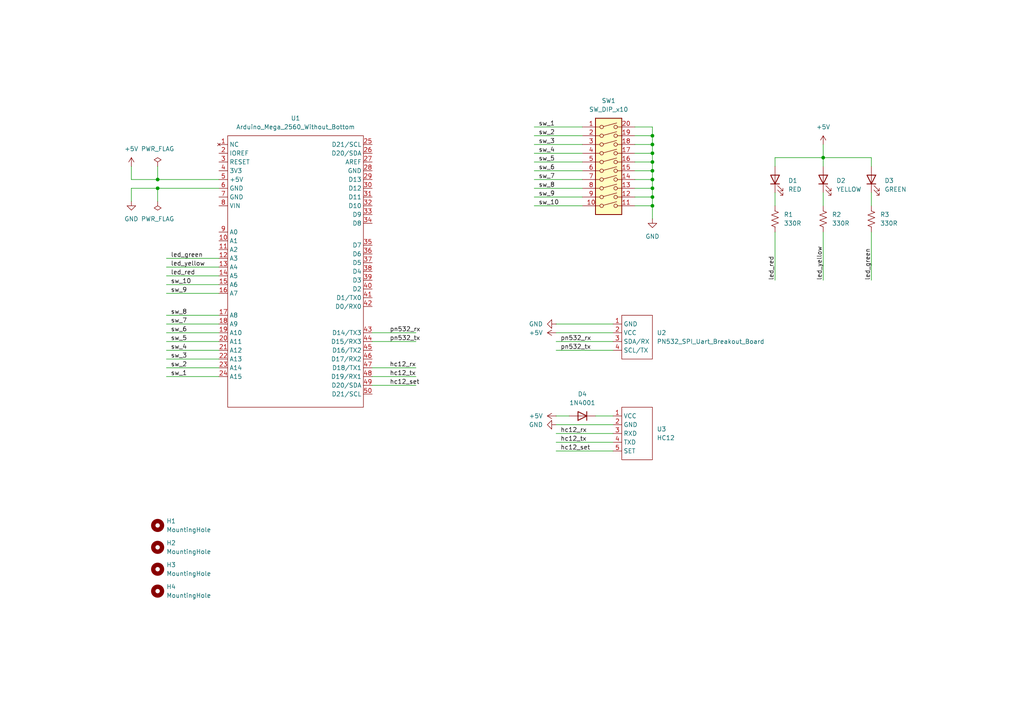
<source format=kicad_sch>
(kicad_sch
	(version 20231120)
	(generator "eeschema")
	(generator_version "8.0")
	(uuid "afda072b-5e00-4ac3-9ca3-26931d0f3c41")
	(paper "A4")
	(title_block
		(title "Sumitomo Node v2")
		(company "Cirotec Automation")
	)
	(lib_symbols
		(symbol "Device:LED"
			(pin_numbers hide)
			(pin_names
				(offset 1.016) hide)
			(exclude_from_sim no)
			(in_bom yes)
			(on_board yes)
			(property "Reference" "D"
				(at 0 2.54 0)
				(effects
					(font
						(size 1.27 1.27)
					)
				)
			)
			(property "Value" "LED"
				(at 0 -2.54 0)
				(effects
					(font
						(size 1.27 1.27)
					)
				)
			)
			(property "Footprint" ""
				(at 0 0 0)
				(effects
					(font
						(size 1.27 1.27)
					)
					(hide yes)
				)
			)
			(property "Datasheet" "~"
				(at 0 0 0)
				(effects
					(font
						(size 1.27 1.27)
					)
					(hide yes)
				)
			)
			(property "Description" "Light emitting diode"
				(at 0 0 0)
				(effects
					(font
						(size 1.27 1.27)
					)
					(hide yes)
				)
			)
			(property "ki_keywords" "LED diode"
				(at 0 0 0)
				(effects
					(font
						(size 1.27 1.27)
					)
					(hide yes)
				)
			)
			(property "ki_fp_filters" "LED* LED_SMD:* LED_THT:*"
				(at 0 0 0)
				(effects
					(font
						(size 1.27 1.27)
					)
					(hide yes)
				)
			)
			(symbol "LED_0_1"
				(polyline
					(pts
						(xy -1.27 -1.27) (xy -1.27 1.27)
					)
					(stroke
						(width 0.254)
						(type default)
					)
					(fill
						(type none)
					)
				)
				(polyline
					(pts
						(xy -1.27 0) (xy 1.27 0)
					)
					(stroke
						(width 0)
						(type default)
					)
					(fill
						(type none)
					)
				)
				(polyline
					(pts
						(xy 1.27 -1.27) (xy 1.27 1.27) (xy -1.27 0) (xy 1.27 -1.27)
					)
					(stroke
						(width 0.254)
						(type default)
					)
					(fill
						(type none)
					)
				)
				(polyline
					(pts
						(xy -3.048 -0.762) (xy -4.572 -2.286) (xy -3.81 -2.286) (xy -4.572 -2.286) (xy -4.572 -1.524)
					)
					(stroke
						(width 0)
						(type default)
					)
					(fill
						(type none)
					)
				)
				(polyline
					(pts
						(xy -1.778 -0.762) (xy -3.302 -2.286) (xy -2.54 -2.286) (xy -3.302 -2.286) (xy -3.302 -1.524)
					)
					(stroke
						(width 0)
						(type default)
					)
					(fill
						(type none)
					)
				)
			)
			(symbol "LED_1_1"
				(pin passive line
					(at -3.81 0 0)
					(length 2.54)
					(name "K"
						(effects
							(font
								(size 1.27 1.27)
							)
						)
					)
					(number "1"
						(effects
							(font
								(size 1.27 1.27)
							)
						)
					)
				)
				(pin passive line
					(at 3.81 0 180)
					(length 2.54)
					(name "A"
						(effects
							(font
								(size 1.27 1.27)
							)
						)
					)
					(number "2"
						(effects
							(font
								(size 1.27 1.27)
							)
						)
					)
				)
			)
		)
		(symbol "Device:R_US"
			(pin_numbers hide)
			(pin_names
				(offset 0)
			)
			(exclude_from_sim no)
			(in_bom yes)
			(on_board yes)
			(property "Reference" "R"
				(at 2.54 0 90)
				(effects
					(font
						(size 1.27 1.27)
					)
				)
			)
			(property "Value" "R_US"
				(at -2.54 0 90)
				(effects
					(font
						(size 1.27 1.27)
					)
				)
			)
			(property "Footprint" ""
				(at 1.016 -0.254 90)
				(effects
					(font
						(size 1.27 1.27)
					)
					(hide yes)
				)
			)
			(property "Datasheet" "~"
				(at 0 0 0)
				(effects
					(font
						(size 1.27 1.27)
					)
					(hide yes)
				)
			)
			(property "Description" "Resistor, US symbol"
				(at 0 0 0)
				(effects
					(font
						(size 1.27 1.27)
					)
					(hide yes)
				)
			)
			(property "ki_keywords" "R res resistor"
				(at 0 0 0)
				(effects
					(font
						(size 1.27 1.27)
					)
					(hide yes)
				)
			)
			(property "ki_fp_filters" "R_*"
				(at 0 0 0)
				(effects
					(font
						(size 1.27 1.27)
					)
					(hide yes)
				)
			)
			(symbol "R_US_0_1"
				(polyline
					(pts
						(xy 0 -2.286) (xy 0 -2.54)
					)
					(stroke
						(width 0)
						(type default)
					)
					(fill
						(type none)
					)
				)
				(polyline
					(pts
						(xy 0 2.286) (xy 0 2.54)
					)
					(stroke
						(width 0)
						(type default)
					)
					(fill
						(type none)
					)
				)
				(polyline
					(pts
						(xy 0 -0.762) (xy 1.016 -1.143) (xy 0 -1.524) (xy -1.016 -1.905) (xy 0 -2.286)
					)
					(stroke
						(width 0)
						(type default)
					)
					(fill
						(type none)
					)
				)
				(polyline
					(pts
						(xy 0 0.762) (xy 1.016 0.381) (xy 0 0) (xy -1.016 -0.381) (xy 0 -0.762)
					)
					(stroke
						(width 0)
						(type default)
					)
					(fill
						(type none)
					)
				)
				(polyline
					(pts
						(xy 0 2.286) (xy 1.016 1.905) (xy 0 1.524) (xy -1.016 1.143) (xy 0 0.762)
					)
					(stroke
						(width 0)
						(type default)
					)
					(fill
						(type none)
					)
				)
			)
			(symbol "R_US_1_1"
				(pin passive line
					(at 0 3.81 270)
					(length 1.27)
					(name "~"
						(effects
							(font
								(size 1.27 1.27)
							)
						)
					)
					(number "1"
						(effects
							(font
								(size 1.27 1.27)
							)
						)
					)
				)
				(pin passive line
					(at 0 -3.81 90)
					(length 1.27)
					(name "~"
						(effects
							(font
								(size 1.27 1.27)
							)
						)
					)
					(number "2"
						(effects
							(font
								(size 1.27 1.27)
							)
						)
					)
				)
			)
		)
		(symbol "Diode:1N4001"
			(pin_numbers hide)
			(pin_names hide)
			(exclude_from_sim no)
			(in_bom yes)
			(on_board yes)
			(property "Reference" "D"
				(at 0 2.54 0)
				(effects
					(font
						(size 1.27 1.27)
					)
				)
			)
			(property "Value" "1N4001"
				(at 0 -2.54 0)
				(effects
					(font
						(size 1.27 1.27)
					)
				)
			)
			(property "Footprint" "Diode_THT:D_DO-41_SOD81_P10.16mm_Horizontal"
				(at 0 0 0)
				(effects
					(font
						(size 1.27 1.27)
					)
					(hide yes)
				)
			)
			(property "Datasheet" "http://www.vishay.com/docs/88503/1n4001.pdf"
				(at 0 0 0)
				(effects
					(font
						(size 1.27 1.27)
					)
					(hide yes)
				)
			)
			(property "Description" "50V 1A General Purpose Rectifier Diode, DO-41"
				(at 0 0 0)
				(effects
					(font
						(size 1.27 1.27)
					)
					(hide yes)
				)
			)
			(property "Sim.Device" "D"
				(at 0 0 0)
				(effects
					(font
						(size 1.27 1.27)
					)
					(hide yes)
				)
			)
			(property "Sim.Pins" "1=K 2=A"
				(at 0 0 0)
				(effects
					(font
						(size 1.27 1.27)
					)
					(hide yes)
				)
			)
			(property "ki_keywords" "diode"
				(at 0 0 0)
				(effects
					(font
						(size 1.27 1.27)
					)
					(hide yes)
				)
			)
			(property "ki_fp_filters" "D*DO?41*"
				(at 0 0 0)
				(effects
					(font
						(size 1.27 1.27)
					)
					(hide yes)
				)
			)
			(symbol "1N4001_0_1"
				(polyline
					(pts
						(xy -1.27 1.27) (xy -1.27 -1.27)
					)
					(stroke
						(width 0.254)
						(type default)
					)
					(fill
						(type none)
					)
				)
				(polyline
					(pts
						(xy 1.27 0) (xy -1.27 0)
					)
					(stroke
						(width 0)
						(type default)
					)
					(fill
						(type none)
					)
				)
				(polyline
					(pts
						(xy 1.27 1.27) (xy 1.27 -1.27) (xy -1.27 0) (xy 1.27 1.27)
					)
					(stroke
						(width 0.254)
						(type default)
					)
					(fill
						(type none)
					)
				)
			)
			(symbol "1N4001_1_1"
				(pin passive line
					(at -3.81 0 0)
					(length 2.54)
					(name "K"
						(effects
							(font
								(size 1.27 1.27)
							)
						)
					)
					(number "1"
						(effects
							(font
								(size 1.27 1.27)
							)
						)
					)
				)
				(pin passive line
					(at 3.81 0 180)
					(length 2.54)
					(name "A"
						(effects
							(font
								(size 1.27 1.27)
							)
						)
					)
					(number "2"
						(effects
							(font
								(size 1.27 1.27)
							)
						)
					)
				)
			)
		)
		(symbol "Mechanical:MountingHole"
			(pin_names
				(offset 1.016)
			)
			(exclude_from_sim no)
			(in_bom yes)
			(on_board yes)
			(property "Reference" "H"
				(at 0 5.08 0)
				(effects
					(font
						(size 1.27 1.27)
					)
				)
			)
			(property "Value" "MountingHole"
				(at 0 3.175 0)
				(effects
					(font
						(size 1.27 1.27)
					)
				)
			)
			(property "Footprint" ""
				(at 0 0 0)
				(effects
					(font
						(size 1.27 1.27)
					)
					(hide yes)
				)
			)
			(property "Datasheet" "~"
				(at 0 0 0)
				(effects
					(font
						(size 1.27 1.27)
					)
					(hide yes)
				)
			)
			(property "Description" "Mounting Hole without connection"
				(at 0 0 0)
				(effects
					(font
						(size 1.27 1.27)
					)
					(hide yes)
				)
			)
			(property "ki_keywords" "mounting hole"
				(at 0 0 0)
				(effects
					(font
						(size 1.27 1.27)
					)
					(hide yes)
				)
			)
			(property "ki_fp_filters" "MountingHole*"
				(at 0 0 0)
				(effects
					(font
						(size 1.27 1.27)
					)
					(hide yes)
				)
			)
			(symbol "MountingHole_0_1"
				(circle
					(center 0 0)
					(radius 1.27)
					(stroke
						(width 1.27)
						(type default)
					)
					(fill
						(type none)
					)
				)
			)
		)
		(symbol "Switch:SW_DIP_x10"
			(pin_names
				(offset 0) hide)
			(exclude_from_sim no)
			(in_bom yes)
			(on_board yes)
			(property "Reference" "SW"
				(at 0 16.51 0)
				(effects
					(font
						(size 1.27 1.27)
					)
				)
			)
			(property "Value" "SW_DIP_x10"
				(at 0 -13.97 0)
				(effects
					(font
						(size 1.27 1.27)
					)
				)
			)
			(property "Footprint" ""
				(at 0 0 0)
				(effects
					(font
						(size 1.27 1.27)
					)
					(hide yes)
				)
			)
			(property "Datasheet" "~"
				(at 0 0 0)
				(effects
					(font
						(size 1.27 1.27)
					)
					(hide yes)
				)
			)
			(property "Description" "10x DIP Switch, Single Pole Single Throw (SPST) switch, small symbol"
				(at 0 0 0)
				(effects
					(font
						(size 1.27 1.27)
					)
					(hide yes)
				)
			)
			(property "ki_keywords" "dip switch"
				(at 0 0 0)
				(effects
					(font
						(size 1.27 1.27)
					)
					(hide yes)
				)
			)
			(property "ki_fp_filters" "SW?DIP?x10*"
				(at 0 0 0)
				(effects
					(font
						(size 1.27 1.27)
					)
					(hide yes)
				)
			)
			(symbol "SW_DIP_x10_0_0"
				(circle
					(center -2.032 -10.16)
					(radius 0.508)
					(stroke
						(width 0)
						(type default)
					)
					(fill
						(type none)
					)
				)
				(circle
					(center -2.032 -7.62)
					(radius 0.508)
					(stroke
						(width 0)
						(type default)
					)
					(fill
						(type none)
					)
				)
				(circle
					(center -2.032 -5.08)
					(radius 0.508)
					(stroke
						(width 0)
						(type default)
					)
					(fill
						(type none)
					)
				)
				(circle
					(center -2.032 -2.54)
					(radius 0.508)
					(stroke
						(width 0)
						(type default)
					)
					(fill
						(type none)
					)
				)
				(circle
					(center -2.032 0)
					(radius 0.508)
					(stroke
						(width 0)
						(type default)
					)
					(fill
						(type none)
					)
				)
				(circle
					(center -2.032 2.54)
					(radius 0.508)
					(stroke
						(width 0)
						(type default)
					)
					(fill
						(type none)
					)
				)
				(circle
					(center -2.032 5.08)
					(radius 0.508)
					(stroke
						(width 0)
						(type default)
					)
					(fill
						(type none)
					)
				)
				(circle
					(center -2.032 7.62)
					(radius 0.508)
					(stroke
						(width 0)
						(type default)
					)
					(fill
						(type none)
					)
				)
				(circle
					(center -2.032 10.16)
					(radius 0.508)
					(stroke
						(width 0)
						(type default)
					)
					(fill
						(type none)
					)
				)
				(circle
					(center -2.032 12.7)
					(radius 0.508)
					(stroke
						(width 0)
						(type default)
					)
					(fill
						(type none)
					)
				)
				(polyline
					(pts
						(xy -1.524 -10.0076) (xy 2.3622 -8.9662)
					)
					(stroke
						(width 0)
						(type default)
					)
					(fill
						(type none)
					)
				)
				(polyline
					(pts
						(xy -1.524 -7.4676) (xy 2.3622 -6.4262)
					)
					(stroke
						(width 0)
						(type default)
					)
					(fill
						(type none)
					)
				)
				(polyline
					(pts
						(xy -1.524 -4.9276) (xy 2.3622 -3.8862)
					)
					(stroke
						(width 0)
						(type default)
					)
					(fill
						(type none)
					)
				)
				(polyline
					(pts
						(xy -1.524 -2.3876) (xy 2.3622 -1.3462)
					)
					(stroke
						(width 0)
						(type default)
					)
					(fill
						(type none)
					)
				)
				(polyline
					(pts
						(xy -1.524 0.127) (xy 2.3622 1.1684)
					)
					(stroke
						(width 0)
						(type default)
					)
					(fill
						(type none)
					)
				)
				(polyline
					(pts
						(xy -1.524 2.667) (xy 2.3622 3.7084)
					)
					(stroke
						(width 0)
						(type default)
					)
					(fill
						(type none)
					)
				)
				(polyline
					(pts
						(xy -1.524 5.207) (xy 2.3622 6.2484)
					)
					(stroke
						(width 0)
						(type default)
					)
					(fill
						(type none)
					)
				)
				(polyline
					(pts
						(xy -1.524 7.747) (xy 2.3622 8.7884)
					)
					(stroke
						(width 0)
						(type default)
					)
					(fill
						(type none)
					)
				)
				(polyline
					(pts
						(xy -1.524 10.287) (xy 2.3622 11.3284)
					)
					(stroke
						(width 0)
						(type default)
					)
					(fill
						(type none)
					)
				)
				(polyline
					(pts
						(xy -1.524 12.827) (xy 2.3622 13.8684)
					)
					(stroke
						(width 0)
						(type default)
					)
					(fill
						(type none)
					)
				)
				(circle
					(center 2.032 -10.16)
					(radius 0.508)
					(stroke
						(width 0)
						(type default)
					)
					(fill
						(type none)
					)
				)
				(circle
					(center 2.032 -7.62)
					(radius 0.508)
					(stroke
						(width 0)
						(type default)
					)
					(fill
						(type none)
					)
				)
				(circle
					(center 2.032 -5.08)
					(radius 0.508)
					(stroke
						(width 0)
						(type default)
					)
					(fill
						(type none)
					)
				)
				(circle
					(center 2.032 -2.54)
					(radius 0.508)
					(stroke
						(width 0)
						(type default)
					)
					(fill
						(type none)
					)
				)
				(circle
					(center 2.032 0)
					(radius 0.508)
					(stroke
						(width 0)
						(type default)
					)
					(fill
						(type none)
					)
				)
				(circle
					(center 2.032 2.54)
					(radius 0.508)
					(stroke
						(width 0)
						(type default)
					)
					(fill
						(type none)
					)
				)
				(circle
					(center 2.032 5.08)
					(radius 0.508)
					(stroke
						(width 0)
						(type default)
					)
					(fill
						(type none)
					)
				)
				(circle
					(center 2.032 7.62)
					(radius 0.508)
					(stroke
						(width 0)
						(type default)
					)
					(fill
						(type none)
					)
				)
				(circle
					(center 2.032 10.16)
					(radius 0.508)
					(stroke
						(width 0)
						(type default)
					)
					(fill
						(type none)
					)
				)
				(circle
					(center 2.032 12.7)
					(radius 0.508)
					(stroke
						(width 0)
						(type default)
					)
					(fill
						(type none)
					)
				)
			)
			(symbol "SW_DIP_x10_0_1"
				(rectangle
					(start -3.81 15.24)
					(end 3.81 -12.7)
					(stroke
						(width 0.254)
						(type default)
					)
					(fill
						(type background)
					)
				)
			)
			(symbol "SW_DIP_x10_1_1"
				(pin passive line
					(at -7.62 12.7 0)
					(length 5.08)
					(name "~"
						(effects
							(font
								(size 1.27 1.27)
							)
						)
					)
					(number "1"
						(effects
							(font
								(size 1.27 1.27)
							)
						)
					)
				)
				(pin passive line
					(at -7.62 -10.16 0)
					(length 5.08)
					(name "~"
						(effects
							(font
								(size 1.27 1.27)
							)
						)
					)
					(number "10"
						(effects
							(font
								(size 1.27 1.27)
							)
						)
					)
				)
				(pin passive line
					(at 7.62 -10.16 180)
					(length 5.08)
					(name "~"
						(effects
							(font
								(size 1.27 1.27)
							)
						)
					)
					(number "11"
						(effects
							(font
								(size 1.27 1.27)
							)
						)
					)
				)
				(pin passive line
					(at 7.62 -7.62 180)
					(length 5.08)
					(name "~"
						(effects
							(font
								(size 1.27 1.27)
							)
						)
					)
					(number "12"
						(effects
							(font
								(size 1.27 1.27)
							)
						)
					)
				)
				(pin passive line
					(at 7.62 -5.08 180)
					(length 5.08)
					(name "~"
						(effects
							(font
								(size 1.27 1.27)
							)
						)
					)
					(number "13"
						(effects
							(font
								(size 1.27 1.27)
							)
						)
					)
				)
				(pin passive line
					(at 7.62 -2.54 180)
					(length 5.08)
					(name "~"
						(effects
							(font
								(size 1.27 1.27)
							)
						)
					)
					(number "14"
						(effects
							(font
								(size 1.27 1.27)
							)
						)
					)
				)
				(pin passive line
					(at 7.62 0 180)
					(length 5.08)
					(name "~"
						(effects
							(font
								(size 1.27 1.27)
							)
						)
					)
					(number "15"
						(effects
							(font
								(size 1.27 1.27)
							)
						)
					)
				)
				(pin passive line
					(at 7.62 2.54 180)
					(length 5.08)
					(name "~"
						(effects
							(font
								(size 1.27 1.27)
							)
						)
					)
					(number "16"
						(effects
							(font
								(size 1.27 1.27)
							)
						)
					)
				)
				(pin passive line
					(at 7.62 5.08 180)
					(length 5.08)
					(name "~"
						(effects
							(font
								(size 1.27 1.27)
							)
						)
					)
					(number "17"
						(effects
							(font
								(size 1.27 1.27)
							)
						)
					)
				)
				(pin passive line
					(at 7.62 7.62 180)
					(length 5.08)
					(name "~"
						(effects
							(font
								(size 1.27 1.27)
							)
						)
					)
					(number "18"
						(effects
							(font
								(size 1.27 1.27)
							)
						)
					)
				)
				(pin passive line
					(at 7.62 10.16 180)
					(length 5.08)
					(name "~"
						(effects
							(font
								(size 1.27 1.27)
							)
						)
					)
					(number "19"
						(effects
							(font
								(size 1.27 1.27)
							)
						)
					)
				)
				(pin passive line
					(at -7.62 10.16 0)
					(length 5.08)
					(name "~"
						(effects
							(font
								(size 1.27 1.27)
							)
						)
					)
					(number "2"
						(effects
							(font
								(size 1.27 1.27)
							)
						)
					)
				)
				(pin passive line
					(at 7.62 12.7 180)
					(length 5.08)
					(name "~"
						(effects
							(font
								(size 1.27 1.27)
							)
						)
					)
					(number "20"
						(effects
							(font
								(size 1.27 1.27)
							)
						)
					)
				)
				(pin passive line
					(at -7.62 7.62 0)
					(length 5.08)
					(name "~"
						(effects
							(font
								(size 1.27 1.27)
							)
						)
					)
					(number "3"
						(effects
							(font
								(size 1.27 1.27)
							)
						)
					)
				)
				(pin passive line
					(at -7.62 5.08 0)
					(length 5.08)
					(name "~"
						(effects
							(font
								(size 1.27 1.27)
							)
						)
					)
					(number "4"
						(effects
							(font
								(size 1.27 1.27)
							)
						)
					)
				)
				(pin passive line
					(at -7.62 2.54 0)
					(length 5.08)
					(name "~"
						(effects
							(font
								(size 1.27 1.27)
							)
						)
					)
					(number "5"
						(effects
							(font
								(size 1.27 1.27)
							)
						)
					)
				)
				(pin passive line
					(at -7.62 0 0)
					(length 5.08)
					(name "~"
						(effects
							(font
								(size 1.27 1.27)
							)
						)
					)
					(number "6"
						(effects
							(font
								(size 1.27 1.27)
							)
						)
					)
				)
				(pin passive line
					(at -7.62 -2.54 0)
					(length 5.08)
					(name "~"
						(effects
							(font
								(size 1.27 1.27)
							)
						)
					)
					(number "7"
						(effects
							(font
								(size 1.27 1.27)
							)
						)
					)
				)
				(pin passive line
					(at -7.62 -5.08 0)
					(length 5.08)
					(name "~"
						(effects
							(font
								(size 1.27 1.27)
							)
						)
					)
					(number "8"
						(effects
							(font
								(size 1.27 1.27)
							)
						)
					)
				)
				(pin passive line
					(at -7.62 -7.62 0)
					(length 5.08)
					(name "~"
						(effects
							(font
								(size 1.27 1.27)
							)
						)
					)
					(number "9"
						(effects
							(font
								(size 1.27 1.27)
							)
						)
					)
				)
			)
		)
		(symbol "power:+5V"
			(power)
			(pin_numbers hide)
			(pin_names
				(offset 0) hide)
			(exclude_from_sim no)
			(in_bom yes)
			(on_board yes)
			(property "Reference" "#PWR"
				(at 0 -3.81 0)
				(effects
					(font
						(size 1.27 1.27)
					)
					(hide yes)
				)
			)
			(property "Value" "+5V"
				(at 0 3.556 0)
				(effects
					(font
						(size 1.27 1.27)
					)
				)
			)
			(property "Footprint" ""
				(at 0 0 0)
				(effects
					(font
						(size 1.27 1.27)
					)
					(hide yes)
				)
			)
			(property "Datasheet" ""
				(at 0 0 0)
				(effects
					(font
						(size 1.27 1.27)
					)
					(hide yes)
				)
			)
			(property "Description" "Power symbol creates a global label with name \"+5V\""
				(at 0 0 0)
				(effects
					(font
						(size 1.27 1.27)
					)
					(hide yes)
				)
			)
			(property "ki_keywords" "global power"
				(at 0 0 0)
				(effects
					(font
						(size 1.27 1.27)
					)
					(hide yes)
				)
			)
			(symbol "+5V_0_1"
				(polyline
					(pts
						(xy -0.762 1.27) (xy 0 2.54)
					)
					(stroke
						(width 0)
						(type default)
					)
					(fill
						(type none)
					)
				)
				(polyline
					(pts
						(xy 0 0) (xy 0 2.54)
					)
					(stroke
						(width 0)
						(type default)
					)
					(fill
						(type none)
					)
				)
				(polyline
					(pts
						(xy 0 2.54) (xy 0.762 1.27)
					)
					(stroke
						(width 0)
						(type default)
					)
					(fill
						(type none)
					)
				)
			)
			(symbol "+5V_1_1"
				(pin power_in line
					(at 0 0 90)
					(length 0)
					(name "~"
						(effects
							(font
								(size 1.27 1.27)
							)
						)
					)
					(number "1"
						(effects
							(font
								(size 1.27 1.27)
							)
						)
					)
				)
			)
		)
		(symbol "power:GND"
			(power)
			(pin_numbers hide)
			(pin_names
				(offset 0) hide)
			(exclude_from_sim no)
			(in_bom yes)
			(on_board yes)
			(property "Reference" "#PWR"
				(at 0 -6.35 0)
				(effects
					(font
						(size 1.27 1.27)
					)
					(hide yes)
				)
			)
			(property "Value" "GND"
				(at 0 -3.81 0)
				(effects
					(font
						(size 1.27 1.27)
					)
				)
			)
			(property "Footprint" ""
				(at 0 0 0)
				(effects
					(font
						(size 1.27 1.27)
					)
					(hide yes)
				)
			)
			(property "Datasheet" ""
				(at 0 0 0)
				(effects
					(font
						(size 1.27 1.27)
					)
					(hide yes)
				)
			)
			(property "Description" "Power symbol creates a global label with name \"GND\" , ground"
				(at 0 0 0)
				(effects
					(font
						(size 1.27 1.27)
					)
					(hide yes)
				)
			)
			(property "ki_keywords" "global power"
				(at 0 0 0)
				(effects
					(font
						(size 1.27 1.27)
					)
					(hide yes)
				)
			)
			(symbol "GND_0_1"
				(polyline
					(pts
						(xy 0 0) (xy 0 -1.27) (xy 1.27 -1.27) (xy 0 -2.54) (xy -1.27 -1.27) (xy 0 -1.27)
					)
					(stroke
						(width 0)
						(type default)
					)
					(fill
						(type none)
					)
				)
			)
			(symbol "GND_1_1"
				(pin power_in line
					(at 0 0 270)
					(length 0)
					(name "~"
						(effects
							(font
								(size 1.27 1.27)
							)
						)
					)
					(number "1"
						(effects
							(font
								(size 1.27 1.27)
							)
						)
					)
				)
			)
		)
		(symbol "power:PWR_FLAG"
			(power)
			(pin_numbers hide)
			(pin_names
				(offset 0) hide)
			(exclude_from_sim no)
			(in_bom yes)
			(on_board yes)
			(property "Reference" "#FLG"
				(at 0 1.905 0)
				(effects
					(font
						(size 1.27 1.27)
					)
					(hide yes)
				)
			)
			(property "Value" "PWR_FLAG"
				(at 0 3.81 0)
				(effects
					(font
						(size 1.27 1.27)
					)
				)
			)
			(property "Footprint" ""
				(at 0 0 0)
				(effects
					(font
						(size 1.27 1.27)
					)
					(hide yes)
				)
			)
			(property "Datasheet" "~"
				(at 0 0 0)
				(effects
					(font
						(size 1.27 1.27)
					)
					(hide yes)
				)
			)
			(property "Description" "Special symbol for telling ERC where power comes from"
				(at 0 0 0)
				(effects
					(font
						(size 1.27 1.27)
					)
					(hide yes)
				)
			)
			(property "ki_keywords" "flag power"
				(at 0 0 0)
				(effects
					(font
						(size 1.27 1.27)
					)
					(hide yes)
				)
			)
			(symbol "PWR_FLAG_0_0"
				(pin power_out line
					(at 0 0 90)
					(length 0)
					(name "~"
						(effects
							(font
								(size 1.27 1.27)
							)
						)
					)
					(number "1"
						(effects
							(font
								(size 1.27 1.27)
							)
						)
					)
				)
			)
			(symbol "PWR_FLAG_0_1"
				(polyline
					(pts
						(xy 0 0) (xy 0 1.27) (xy -1.016 1.905) (xy 0 2.54) (xy 1.016 1.905) (xy 0 1.27)
					)
					(stroke
						(width 0)
						(type default)
					)
					(fill
						(type none)
					)
				)
			)
		)
		(symbol "sbb:Arduino_Mega_2560_Without_Bottom"
			(exclude_from_sim no)
			(in_bom yes)
			(on_board yes)
			(property "Reference" "U"
				(at -11.43 19.558 0)
				(effects
					(font
						(size 1.27 1.27)
					)
				)
			)
			(property "Value" "Arduino_Mega_2560_Without_Bottom"
				(at 4.318 -63.5 0)
				(effects
					(font
						(size 1.27 1.27)
					)
				)
			)
			(property "Footprint" "sbb:Arduino_Mega_2560_Without_Bottom"
				(at 6.35 -66.548 0)
				(effects
					(font
						(size 1.27 1.27)
					)
					(hide yes)
				)
			)
			(property "Datasheet" ""
				(at 0 0 0)
				(effects
					(font
						(size 1.27 1.27)
					)
					(hide yes)
				)
			)
			(property "Description" ""
				(at 0 0 0)
				(effects
					(font
						(size 1.27 1.27)
					)
					(hide yes)
				)
			)
			(property "ki_keywords" "arduino mega 2560"
				(at 0 0 0)
				(effects
					(font
						(size 1.27 1.27)
					)
					(hide yes)
				)
			)
			(symbol "Arduino_Mega_2560_Without_Bottom_0_1"
				(rectangle
					(start -12.7 17.78)
					(end 26.67 -60.96)
					(stroke
						(width 0)
						(type default)
					)
					(fill
						(type none)
					)
				)
			)
			(symbol "Arduino_Mega_2560_Without_Bottom_1_1"
				(pin no_connect line
					(at -15.24 15.24 0)
					(length 2.54)
					(name "NC"
						(effects
							(font
								(size 1.27 1.27)
							)
						)
					)
					(number "1"
						(effects
							(font
								(size 1.27 1.27)
							)
						)
					)
				)
				(pin bidirectional line
					(at -15.24 -12.7 0)
					(length 2.54)
					(name "A1"
						(effects
							(font
								(size 1.27 1.27)
							)
						)
					)
					(number "10"
						(effects
							(font
								(size 1.27 1.27)
							)
						)
					)
				)
				(pin bidirectional line
					(at -15.24 -15.24 0)
					(length 2.54)
					(name "A2"
						(effects
							(font
								(size 1.27 1.27)
							)
						)
					)
					(number "11"
						(effects
							(font
								(size 1.27 1.27)
							)
						)
					)
				)
				(pin bidirectional line
					(at -15.24 -17.78 0)
					(length 2.54)
					(name "A3"
						(effects
							(font
								(size 1.27 1.27)
							)
						)
					)
					(number "12"
						(effects
							(font
								(size 1.27 1.27)
							)
						)
					)
				)
				(pin bidirectional line
					(at -15.24 -20.32 0)
					(length 2.54)
					(name "A4"
						(effects
							(font
								(size 1.27 1.27)
							)
						)
					)
					(number "13"
						(effects
							(font
								(size 1.27 1.27)
							)
						)
					)
				)
				(pin bidirectional line
					(at -15.24 -22.86 0)
					(length 2.54)
					(name "A5"
						(effects
							(font
								(size 1.27 1.27)
							)
						)
					)
					(number "14"
						(effects
							(font
								(size 1.27 1.27)
							)
						)
					)
				)
				(pin bidirectional line
					(at -15.24 -25.4 0)
					(length 2.54)
					(name "A6"
						(effects
							(font
								(size 1.27 1.27)
							)
						)
					)
					(number "15"
						(effects
							(font
								(size 1.27 1.27)
							)
						)
					)
				)
				(pin bidirectional line
					(at -15.24 -27.94 0)
					(length 2.54)
					(name "A7"
						(effects
							(font
								(size 1.27 1.27)
							)
						)
					)
					(number "16"
						(effects
							(font
								(size 1.27 1.27)
							)
						)
					)
				)
				(pin bidirectional line
					(at -15.24 -34.29 0)
					(length 2.54)
					(name "A8"
						(effects
							(font
								(size 1.27 1.27)
							)
						)
					)
					(number "17"
						(effects
							(font
								(size 1.27 1.27)
							)
						)
					)
				)
				(pin bidirectional line
					(at -15.24 -36.83 0)
					(length 2.54)
					(name "A9"
						(effects
							(font
								(size 1.27 1.27)
							)
						)
					)
					(number "18"
						(effects
							(font
								(size 1.27 1.27)
							)
						)
					)
				)
				(pin bidirectional line
					(at -15.24 -39.37 0)
					(length 2.54)
					(name "A10"
						(effects
							(font
								(size 1.27 1.27)
							)
						)
					)
					(number "19"
						(effects
							(font
								(size 1.27 1.27)
							)
						)
					)
				)
				(pin input line
					(at -15.24 12.7 0)
					(length 2.54)
					(name "IOREF"
						(effects
							(font
								(size 1.27 1.27)
							)
						)
					)
					(number "2"
						(effects
							(font
								(size 1.27 1.27)
							)
						)
					)
				)
				(pin bidirectional line
					(at -15.24 -41.91 0)
					(length 2.54)
					(name "A11"
						(effects
							(font
								(size 1.27 1.27)
							)
						)
					)
					(number "20"
						(effects
							(font
								(size 1.27 1.27)
							)
						)
					)
				)
				(pin bidirectional line
					(at -15.24 -44.45 0)
					(length 2.54)
					(name "A12"
						(effects
							(font
								(size 1.27 1.27)
							)
						)
					)
					(number "21"
						(effects
							(font
								(size 1.27 1.27)
							)
						)
					)
				)
				(pin bidirectional line
					(at -15.24 -46.99 0)
					(length 2.54)
					(name "A13"
						(effects
							(font
								(size 1.27 1.27)
							)
						)
					)
					(number "22"
						(effects
							(font
								(size 1.27 1.27)
							)
						)
					)
				)
				(pin bidirectional line
					(at -15.24 -49.53 0)
					(length 2.54)
					(name "A14"
						(effects
							(font
								(size 1.27 1.27)
							)
						)
					)
					(number "23"
						(effects
							(font
								(size 1.27 1.27)
							)
						)
					)
				)
				(pin bidirectional line
					(at -15.24 -52.07 0)
					(length 2.54)
					(name "A15"
						(effects
							(font
								(size 1.27 1.27)
							)
						)
					)
					(number "24"
						(effects
							(font
								(size 1.27 1.27)
							)
						)
					)
				)
				(pin bidirectional line
					(at 29.21 15.24 180)
					(length 2.54)
					(name "D21/SCL"
						(effects
							(font
								(size 1.27 1.27)
							)
						)
					)
					(number "25"
						(effects
							(font
								(size 1.27 1.27)
							)
						)
					)
				)
				(pin bidirectional line
					(at 29.21 12.7 180)
					(length 2.54)
					(name "D20/SDA"
						(effects
							(font
								(size 1.27 1.27)
							)
						)
					)
					(number "26"
						(effects
							(font
								(size 1.27 1.27)
							)
						)
					)
				)
				(pin input line
					(at 29.21 10.16 180)
					(length 2.54)
					(name "AREF"
						(effects
							(font
								(size 1.27 1.27)
							)
						)
					)
					(number "27"
						(effects
							(font
								(size 1.27 1.27)
							)
						)
					)
				)
				(pin power_in line
					(at 29.21 7.62 180)
					(length 2.54)
					(name "GND"
						(effects
							(font
								(size 1.27 1.27)
							)
						)
					)
					(number "28"
						(effects
							(font
								(size 1.27 1.27)
							)
						)
					)
				)
				(pin bidirectional line
					(at 29.21 5.08 180)
					(length 2.54)
					(name "D13"
						(effects
							(font
								(size 1.27 1.27)
							)
						)
					)
					(number "29"
						(effects
							(font
								(size 1.27 1.27)
							)
						)
					)
				)
				(pin input line
					(at -15.24 10.16 0)
					(length 2.54)
					(name "RESET"
						(effects
							(font
								(size 1.27 1.27)
							)
						)
					)
					(number "3"
						(effects
							(font
								(size 1.27 1.27)
							)
						)
					)
				)
				(pin bidirectional line
					(at 29.21 2.54 180)
					(length 2.54)
					(name "D12"
						(effects
							(font
								(size 1.27 1.27)
							)
						)
					)
					(number "30"
						(effects
							(font
								(size 1.27 1.27)
							)
						)
					)
				)
				(pin bidirectional line
					(at 29.21 0 180)
					(length 2.54)
					(name "D11"
						(effects
							(font
								(size 1.27 1.27)
							)
						)
					)
					(number "31"
						(effects
							(font
								(size 1.27 1.27)
							)
						)
					)
				)
				(pin bidirectional line
					(at 29.21 -2.54 180)
					(length 2.54)
					(name "D10"
						(effects
							(font
								(size 1.27 1.27)
							)
						)
					)
					(number "32"
						(effects
							(font
								(size 1.27 1.27)
							)
						)
					)
				)
				(pin bidirectional line
					(at 29.21 -5.08 180)
					(length 2.54)
					(name "D9"
						(effects
							(font
								(size 1.27 1.27)
							)
						)
					)
					(number "33"
						(effects
							(font
								(size 1.27 1.27)
							)
						)
					)
				)
				(pin bidirectional line
					(at 29.21 -7.62 180)
					(length 2.54)
					(name "D8"
						(effects
							(font
								(size 1.27 1.27)
							)
						)
					)
					(number "34"
						(effects
							(font
								(size 1.27 1.27)
							)
						)
					)
				)
				(pin bidirectional line
					(at 29.21 -13.97 180)
					(length 2.54)
					(name "D7"
						(effects
							(font
								(size 1.27 1.27)
							)
						)
					)
					(number "35"
						(effects
							(font
								(size 1.27 1.27)
							)
						)
					)
				)
				(pin bidirectional line
					(at 29.21 -16.51 180)
					(length 2.54)
					(name "D6"
						(effects
							(font
								(size 1.27 1.27)
							)
						)
					)
					(number "36"
						(effects
							(font
								(size 1.27 1.27)
							)
						)
					)
				)
				(pin bidirectional line
					(at 29.21 -19.05 180)
					(length 2.54)
					(name "D5"
						(effects
							(font
								(size 1.27 1.27)
							)
						)
					)
					(number "37"
						(effects
							(font
								(size 1.27 1.27)
							)
						)
					)
				)
				(pin bidirectional line
					(at 29.21 -21.59 180)
					(length 2.54)
					(name "D4"
						(effects
							(font
								(size 1.27 1.27)
							)
						)
					)
					(number "38"
						(effects
							(font
								(size 1.27 1.27)
							)
						)
					)
				)
				(pin bidirectional line
					(at 29.21 -24.13 180)
					(length 2.54)
					(name "D3"
						(effects
							(font
								(size 1.27 1.27)
							)
						)
					)
					(number "39"
						(effects
							(font
								(size 1.27 1.27)
							)
						)
					)
				)
				(pin power_out line
					(at -15.24 7.62 0)
					(length 2.54)
					(name "3V3"
						(effects
							(font
								(size 1.27 1.27)
							)
						)
					)
					(number "4"
						(effects
							(font
								(size 1.27 1.27)
							)
						)
					)
				)
				(pin bidirectional line
					(at 29.21 -26.67 180)
					(length 2.54)
					(name "D2"
						(effects
							(font
								(size 1.27 1.27)
							)
						)
					)
					(number "40"
						(effects
							(font
								(size 1.27 1.27)
							)
						)
					)
				)
				(pin bidirectional line
					(at 29.21 -29.21 180)
					(length 2.54)
					(name "D1/TX0"
						(effects
							(font
								(size 1.27 1.27)
							)
						)
					)
					(number "41"
						(effects
							(font
								(size 1.27 1.27)
							)
						)
					)
				)
				(pin bidirectional line
					(at 29.21 -31.75 180)
					(length 2.54)
					(name "D0/RX0"
						(effects
							(font
								(size 1.27 1.27)
							)
						)
					)
					(number "42"
						(effects
							(font
								(size 1.27 1.27)
							)
						)
					)
				)
				(pin bidirectional line
					(at 29.21 -39.37 180)
					(length 2.54)
					(name "D14/TX3"
						(effects
							(font
								(size 1.27 1.27)
							)
						)
					)
					(number "43"
						(effects
							(font
								(size 1.27 1.27)
							)
						)
					)
				)
				(pin bidirectional line
					(at 29.21 -41.91 180)
					(length 2.54)
					(name "D15/RX3"
						(effects
							(font
								(size 1.27 1.27)
							)
						)
					)
					(number "44"
						(effects
							(font
								(size 1.27 1.27)
							)
						)
					)
				)
				(pin bidirectional line
					(at 29.21 -44.45 180)
					(length 2.54)
					(name "D16/TX2"
						(effects
							(font
								(size 1.27 1.27)
							)
						)
					)
					(number "45"
						(effects
							(font
								(size 1.27 1.27)
							)
						)
					)
				)
				(pin bidirectional line
					(at 29.21 -46.99 180)
					(length 2.54)
					(name "D17/RX2"
						(effects
							(font
								(size 1.27 1.27)
							)
						)
					)
					(number "46"
						(effects
							(font
								(size 1.27 1.27)
							)
						)
					)
				)
				(pin bidirectional line
					(at 29.21 -49.53 180)
					(length 2.54)
					(name "D18/TX1"
						(effects
							(font
								(size 1.27 1.27)
							)
						)
					)
					(number "47"
						(effects
							(font
								(size 1.27 1.27)
							)
						)
					)
				)
				(pin bidirectional line
					(at 29.21 -52.07 180)
					(length 2.54)
					(name "D19/RX1"
						(effects
							(font
								(size 1.27 1.27)
							)
						)
					)
					(number "48"
						(effects
							(font
								(size 1.27 1.27)
							)
						)
					)
				)
				(pin bidirectional line
					(at 29.21 -54.61 180)
					(length 2.54)
					(name "D20/SDA"
						(effects
							(font
								(size 1.27 1.27)
							)
						)
					)
					(number "49"
						(effects
							(font
								(size 1.27 1.27)
							)
						)
					)
				)
				(pin power_out line
					(at -15.24 5.08 0)
					(length 2.54)
					(name "+5V"
						(effects
							(font
								(size 1.27 1.27)
							)
						)
					)
					(number "5"
						(effects
							(font
								(size 1.27 1.27)
							)
						)
					)
				)
				(pin bidirectional line
					(at 29.21 -57.15 180)
					(length 2.54)
					(name "D21/SCL"
						(effects
							(font
								(size 1.27 1.27)
							)
						)
					)
					(number "50"
						(effects
							(font
								(size 1.27 1.27)
							)
						)
					)
				)
				(pin power_in line
					(at -15.24 2.54 0)
					(length 2.54)
					(name "GND"
						(effects
							(font
								(size 1.27 1.27)
							)
						)
					)
					(number "6"
						(effects
							(font
								(size 1.27 1.27)
							)
						)
					)
				)
				(pin power_in line
					(at -15.24 0 0)
					(length 2.54)
					(name "GND"
						(effects
							(font
								(size 1.27 1.27)
							)
						)
					)
					(number "7"
						(effects
							(font
								(size 1.27 1.27)
							)
						)
					)
				)
				(pin power_in line
					(at -15.24 -2.54 0)
					(length 2.54)
					(name "VIN"
						(effects
							(font
								(size 1.27 1.27)
							)
						)
					)
					(number "8"
						(effects
							(font
								(size 1.27 1.27)
							)
						)
					)
				)
				(pin bidirectional line
					(at -15.24 -10.16 0)
					(length 2.54)
					(name "A0"
						(effects
							(font
								(size 1.27 1.27)
							)
						)
					)
					(number "9"
						(effects
							(font
								(size 1.27 1.27)
							)
						)
					)
				)
			)
		)
		(symbol "sbb:HC12_RF_Module"
			(exclude_from_sim no)
			(in_bom yes)
			(on_board yes)
			(property "Reference" "U"
				(at 3.048 3.556 0)
				(effects
					(font
						(size 1.27 1.27)
					)
				)
			)
			(property "Value" "HC12"
				(at 4.826 -14.224 0)
				(effects
					(font
						(size 1.27 1.27)
					)
				)
			)
			(property "Footprint" "sbb:HC12_RF_Module"
				(at 12.446 -16.51 0)
				(effects
					(font
						(size 1.27 1.27)
					)
					(hide yes)
				)
			)
			(property "Datasheet" ""
				(at 0 0 0)
				(effects
					(font
						(size 1.27 1.27)
					)
					(hide yes)
				)
			)
			(property "Description" ""
				(at 0 0 0)
				(effects
					(font
						(size 1.27 1.27)
					)
					(hide yes)
				)
			)
			(property "ki_keywords" "hc12 rf"
				(at 0 0 0)
				(effects
					(font
						(size 1.27 1.27)
					)
					(hide yes)
				)
			)
			(symbol "HC12_RF_Module_1_1"
				(rectangle
					(start 2.54 2.54)
					(end 11.43 -12.7)
					(stroke
						(width 0)
						(type default)
					)
					(fill
						(type none)
					)
				)
				(pin power_in line
					(at 0 0 0)
					(length 2.54)
					(name "VCC"
						(effects
							(font
								(size 1.27 1.27)
							)
						)
					)
					(number "1"
						(effects
							(font
								(size 1.27 1.27)
							)
						)
					)
				)
				(pin power_in line
					(at 0 -2.54 0)
					(length 2.54)
					(name "GND"
						(effects
							(font
								(size 1.27 1.27)
							)
						)
					)
					(number "2"
						(effects
							(font
								(size 1.27 1.27)
							)
						)
					)
				)
				(pin input line
					(at 0 -5.08 0)
					(length 2.54)
					(name "RXD"
						(effects
							(font
								(size 1.27 1.27)
							)
						)
					)
					(number "3"
						(effects
							(font
								(size 1.27 1.27)
							)
						)
					)
				)
				(pin output line
					(at 0 -7.62 0)
					(length 2.54)
					(name "TXD"
						(effects
							(font
								(size 1.27 1.27)
							)
						)
					)
					(number "4"
						(effects
							(font
								(size 1.27 1.27)
							)
						)
					)
				)
				(pin input line
					(at 0 -10.16 0)
					(length 2.54)
					(name "SET"
						(effects
							(font
								(size 1.27 1.27)
							)
						)
					)
					(number "5"
						(effects
							(font
								(size 1.27 1.27)
							)
						)
					)
				)
			)
		)
		(symbol "sbb:PN532_SPI_Uart_Breakout_Board"
			(exclude_from_sim no)
			(in_bom yes)
			(on_board yes)
			(property "Reference" "U"
				(at 3.048 3.81 0)
				(effects
					(font
						(size 1.27 1.27)
					)
				)
			)
			(property "Value" "PN532_SPI_Uart_Breakout_Board"
				(at 17.78 -11.684 0)
				(effects
					(font
						(size 1.27 1.27)
					)
				)
			)
			(property "Footprint" "sbb:PN532_SPI_UART_Breakout_Board"
				(at 20.066 -13.97 0)
				(effects
					(font
						(size 1.27 1.27)
					)
					(hide yes)
				)
			)
			(property "Datasheet" ""
				(at 0 0 0)
				(effects
					(font
						(size 1.27 1.27)
					)
					(hide yes)
				)
			)
			(property "Description" ""
				(at 0 0 0)
				(effects
					(font
						(size 1.27 1.27)
					)
					(hide yes)
				)
			)
			(property "ki_keywords" "PN532 rfid"
				(at 0 0 0)
				(effects
					(font
						(size 1.27 1.27)
					)
					(hide yes)
				)
			)
			(symbol "PN532_SPI_Uart_Breakout_Board_1_1"
				(rectangle
					(start 2.54 2.54)
					(end 11.43 -10.16)
					(stroke
						(width 0)
						(type default)
					)
					(fill
						(type none)
					)
				)
				(pin power_in line
					(at 0 0 0)
					(length 2.54)
					(name "GND"
						(effects
							(font
								(size 1.27 1.27)
							)
						)
					)
					(number "1"
						(effects
							(font
								(size 1.27 1.27)
							)
						)
					)
				)
				(pin power_in line
					(at 0 -2.54 0)
					(length 2.54)
					(name "VCC"
						(effects
							(font
								(size 1.27 1.27)
							)
						)
					)
					(number "2"
						(effects
							(font
								(size 1.27 1.27)
							)
						)
					)
				)
				(pin bidirectional line
					(at 0 -5.08 0)
					(length 2.54)
					(name "SDA/RX"
						(effects
							(font
								(size 1.27 1.27)
							)
						)
					)
					(number "3"
						(effects
							(font
								(size 1.27 1.27)
							)
						)
					)
				)
				(pin bidirectional line
					(at 0 -7.62 0)
					(length 2.54)
					(name "SCL/TX"
						(effects
							(font
								(size 1.27 1.27)
							)
						)
					)
					(number "4"
						(effects
							(font
								(size 1.27 1.27)
							)
						)
					)
				)
			)
		)
	)
	(junction
		(at 45.72 52.07)
		(diameter 0)
		(color 0 0 0 0)
		(uuid "307fd845-d7f4-4037-ad26-42f15067d5c6")
	)
	(junction
		(at 189.23 46.99)
		(diameter 0)
		(color 0 0 0 0)
		(uuid "4590fdad-d46c-4702-8055-a666950a9c4d")
	)
	(junction
		(at 189.23 54.61)
		(diameter 0)
		(color 0 0 0 0)
		(uuid "46783419-8561-4919-a2c4-7b920f759734")
	)
	(junction
		(at 238.76 45.72)
		(diameter 0)
		(color 0 0 0 0)
		(uuid "4db99c17-2afe-4883-85cf-523951145107")
	)
	(junction
		(at 189.23 59.69)
		(diameter 0)
		(color 0 0 0 0)
		(uuid "4f65879b-265f-4f26-b2ff-daa78c53cc79")
	)
	(junction
		(at 189.23 44.45)
		(diameter 0)
		(color 0 0 0 0)
		(uuid "61aebc74-9a18-4ca7-a8ea-8fe62235a210")
	)
	(junction
		(at 189.23 39.37)
		(diameter 0)
		(color 0 0 0 0)
		(uuid "70495ca0-1733-4458-8694-04820d031fd4")
	)
	(junction
		(at 189.23 52.07)
		(diameter 0)
		(color 0 0 0 0)
		(uuid "7262e70f-3f60-46f4-b15f-ad8208e0c761")
	)
	(junction
		(at 189.23 41.91)
		(diameter 0)
		(color 0 0 0 0)
		(uuid "84327df1-57a1-4fa4-96b1-b6ec4a1538b0")
	)
	(junction
		(at 189.23 49.53)
		(diameter 0)
		(color 0 0 0 0)
		(uuid "a449efc3-4dc8-417e-bcf7-7e095c18db2f")
	)
	(junction
		(at 189.23 57.15)
		(diameter 0)
		(color 0 0 0 0)
		(uuid "e8e21372-f192-4022-ba7d-7f40c9a8016b")
	)
	(junction
		(at 45.72 54.61)
		(diameter 0)
		(color 0 0 0 0)
		(uuid "ff8323df-6041-4772-a172-0498ce2ded77")
	)
	(wire
		(pts
			(xy 38.1 48.26) (xy 38.1 52.07)
		)
		(stroke
			(width 0)
			(type default)
		)
		(uuid "049f0ab6-4435-4e5b-8c2d-3389a0b5d6bf")
	)
	(wire
		(pts
			(xy 161.29 130.81) (xy 177.8 130.81)
		)
		(stroke
			(width 0)
			(type default)
		)
		(uuid "0976a03a-e4de-4b65-973d-b0d900160547")
	)
	(wire
		(pts
			(xy 154.94 49.53) (xy 168.91 49.53)
		)
		(stroke
			(width 0)
			(type default)
		)
		(uuid "09c49d73-f201-4654-b399-6144549ea4cd")
	)
	(wire
		(pts
			(xy 189.23 41.91) (xy 189.23 44.45)
		)
		(stroke
			(width 0)
			(type default)
		)
		(uuid "0a8db565-499b-468f-a44d-46fc6370c336")
	)
	(wire
		(pts
			(xy 184.15 52.07) (xy 189.23 52.07)
		)
		(stroke
			(width 0)
			(type default)
		)
		(uuid "12462a43-8ba4-4cb7-91aa-9a9f967482fd")
	)
	(wire
		(pts
			(xy 224.79 67.31) (xy 224.79 81.28)
		)
		(stroke
			(width 0)
			(type default)
		)
		(uuid "178c89ea-9e80-4672-9a34-b683a764bd7a")
	)
	(wire
		(pts
			(xy 161.29 96.52) (xy 177.8 96.52)
		)
		(stroke
			(width 0)
			(type default)
		)
		(uuid "1c05ae6c-a723-4eb6-b1da-61ab4cf9b46c")
	)
	(wire
		(pts
			(xy 184.15 46.99) (xy 189.23 46.99)
		)
		(stroke
			(width 0)
			(type default)
		)
		(uuid "1e115fe6-71c7-4f8d-9eb9-c79381f2cdcb")
	)
	(wire
		(pts
			(xy 172.72 120.65) (xy 177.8 120.65)
		)
		(stroke
			(width 0)
			(type default)
		)
		(uuid "2554ab3e-de7f-49ca-921f-7408ea9c1dee")
	)
	(wire
		(pts
			(xy 224.79 45.72) (xy 238.76 45.72)
		)
		(stroke
			(width 0)
			(type default)
		)
		(uuid "289df4f4-4b53-44a7-8b0d-44b179657b62")
	)
	(wire
		(pts
			(xy 224.79 45.72) (xy 224.79 48.26)
		)
		(stroke
			(width 0)
			(type default)
		)
		(uuid "2adf5c1d-e433-484d-adfd-a31d4ef953dd")
	)
	(wire
		(pts
			(xy 184.15 41.91) (xy 189.23 41.91)
		)
		(stroke
			(width 0)
			(type default)
		)
		(uuid "2dbf9ee6-33bb-4a18-ad42-c36c150c2102")
	)
	(wire
		(pts
			(xy 107.95 109.22) (xy 120.65 109.22)
		)
		(stroke
			(width 0)
			(type default)
		)
		(uuid "2dd38bae-ecb3-42ee-8430-42dccabdc998")
	)
	(wire
		(pts
			(xy 184.15 49.53) (xy 189.23 49.53)
		)
		(stroke
			(width 0)
			(type default)
		)
		(uuid "336a548b-e9e9-4ab3-b6c3-56d979c5243b")
	)
	(wire
		(pts
			(xy 154.94 59.69) (xy 168.91 59.69)
		)
		(stroke
			(width 0)
			(type default)
		)
		(uuid "33bc099b-1ac4-4117-99ee-cac6bd85f71d")
	)
	(wire
		(pts
			(xy 45.72 54.61) (xy 63.5 54.61)
		)
		(stroke
			(width 0)
			(type default)
		)
		(uuid "3780f241-95bf-4bd5-9da2-3f3aa88bc0dc")
	)
	(wire
		(pts
			(xy 161.29 93.98) (xy 177.8 93.98)
		)
		(stroke
			(width 0)
			(type default)
		)
		(uuid "3ad6672c-bdf2-4f2f-a115-3e107bdde411")
	)
	(wire
		(pts
			(xy 189.23 59.69) (xy 189.23 63.5)
		)
		(stroke
			(width 0)
			(type default)
		)
		(uuid "3c75845e-796c-411d-9adc-07872a7b62fd")
	)
	(wire
		(pts
			(xy 154.94 46.99) (xy 168.91 46.99)
		)
		(stroke
			(width 0)
			(type default)
		)
		(uuid "3dcf73fa-3bfe-403b-8f85-17d9c106af4c")
	)
	(wire
		(pts
			(xy 189.23 44.45) (xy 189.23 46.99)
		)
		(stroke
			(width 0)
			(type default)
		)
		(uuid "42dbb23f-1de4-4579-a5b7-73f42cd25d84")
	)
	(wire
		(pts
			(xy 48.26 99.06) (xy 63.5 99.06)
		)
		(stroke
			(width 0)
			(type default)
		)
		(uuid "44351b52-ec49-4778-8854-5570bc2f24ff")
	)
	(wire
		(pts
			(xy 184.15 39.37) (xy 189.23 39.37)
		)
		(stroke
			(width 0)
			(type default)
		)
		(uuid "4a82f314-2b2c-4b16-a224-a53626d1bf75")
	)
	(wire
		(pts
			(xy 161.29 125.73) (xy 177.8 125.73)
		)
		(stroke
			(width 0)
			(type default)
		)
		(uuid "51b06dfa-95eb-4187-993b-5cc1dc406c07")
	)
	(wire
		(pts
			(xy 184.15 57.15) (xy 189.23 57.15)
		)
		(stroke
			(width 0)
			(type default)
		)
		(uuid "550d0771-68b4-4121-878c-2d230c2d54bf")
	)
	(wire
		(pts
			(xy 184.15 44.45) (xy 189.23 44.45)
		)
		(stroke
			(width 0)
			(type default)
		)
		(uuid "56ee4394-17ea-40d3-b14f-36ca7cdaa37e")
	)
	(wire
		(pts
			(xy 238.76 55.88) (xy 238.76 59.69)
		)
		(stroke
			(width 0)
			(type default)
		)
		(uuid "5758e142-0b09-40af-b70b-999716487561")
	)
	(wire
		(pts
			(xy 154.94 54.61) (xy 168.91 54.61)
		)
		(stroke
			(width 0)
			(type default)
		)
		(uuid "5eef1889-1c4f-4f86-8e7e-3bb5a4d0ac09")
	)
	(wire
		(pts
			(xy 252.73 67.31) (xy 252.73 81.28)
		)
		(stroke
			(width 0)
			(type default)
		)
		(uuid "5fba38f4-7a67-421a-97fe-513f1a122f0c")
	)
	(wire
		(pts
			(xy 189.23 57.15) (xy 189.23 59.69)
		)
		(stroke
			(width 0)
			(type default)
		)
		(uuid "66671122-c1d8-45ac-a674-7b3ebf46ef4e")
	)
	(wire
		(pts
			(xy 189.23 52.07) (xy 189.23 54.61)
		)
		(stroke
			(width 0)
			(type default)
		)
		(uuid "66a27d3b-b03c-4dfa-8eb4-203a28b6e664")
	)
	(wire
		(pts
			(xy 48.26 104.14) (xy 63.5 104.14)
		)
		(stroke
			(width 0)
			(type default)
		)
		(uuid "6ae781f1-7980-4953-a175-53f5537f9fea")
	)
	(wire
		(pts
			(xy 48.26 77.47) (xy 63.5 77.47)
		)
		(stroke
			(width 0)
			(type default)
		)
		(uuid "6de3b8bf-529c-4b28-930e-4da071dc8e0e")
	)
	(wire
		(pts
			(xy 161.29 120.65) (xy 165.1 120.65)
		)
		(stroke
			(width 0)
			(type default)
		)
		(uuid "71dd477c-07ee-4941-b547-d05ea1fc330e")
	)
	(wire
		(pts
			(xy 238.76 45.72) (xy 238.76 48.26)
		)
		(stroke
			(width 0)
			(type default)
		)
		(uuid "72a743fb-5e72-467a-b01d-32c5b6cfe700")
	)
	(wire
		(pts
			(xy 252.73 45.72) (xy 252.73 48.26)
		)
		(stroke
			(width 0)
			(type default)
		)
		(uuid "733ecd75-67e2-4121-bc4a-59e5a6e47899")
	)
	(wire
		(pts
			(xy 154.94 44.45) (xy 168.91 44.45)
		)
		(stroke
			(width 0)
			(type default)
		)
		(uuid "74295297-adb3-4b8b-a804-6d3a8ebca087")
	)
	(wire
		(pts
			(xy 154.94 36.83) (xy 168.91 36.83)
		)
		(stroke
			(width 0)
			(type default)
		)
		(uuid "757bbc4d-8e27-4660-9b05-cc66d997f27d")
	)
	(wire
		(pts
			(xy 189.23 39.37) (xy 189.23 41.91)
		)
		(stroke
			(width 0)
			(type default)
		)
		(uuid "78f94078-5157-44a5-a258-2a06d208e619")
	)
	(wire
		(pts
			(xy 48.26 109.22) (xy 63.5 109.22)
		)
		(stroke
			(width 0)
			(type default)
		)
		(uuid "7b1d41f7-9848-4f6e-8c86-6534d66361f4")
	)
	(wire
		(pts
			(xy 107.95 99.06) (xy 120.65 99.06)
		)
		(stroke
			(width 0)
			(type default)
		)
		(uuid "7c3580c2-0221-4b8b-a32c-215b1eb0fbea")
	)
	(wire
		(pts
			(xy 107.95 96.52) (xy 120.65 96.52)
		)
		(stroke
			(width 0)
			(type default)
		)
		(uuid "8232524b-afc4-49c4-8b74-76d903710fce")
	)
	(wire
		(pts
			(xy 154.94 57.15) (xy 168.91 57.15)
		)
		(stroke
			(width 0)
			(type default)
		)
		(uuid "82d5fbb7-3bd1-40fb-92cf-6b3aed50b486")
	)
	(wire
		(pts
			(xy 161.29 128.27) (xy 177.8 128.27)
		)
		(stroke
			(width 0)
			(type default)
		)
		(uuid "8c794b41-6ea3-41f5-8b01-bb6c0731ebbd")
	)
	(wire
		(pts
			(xy 161.29 99.06) (xy 177.8 99.06)
		)
		(stroke
			(width 0)
			(type default)
		)
		(uuid "94c7ce2a-c093-4f3c-b54c-e9697b1133a0")
	)
	(wire
		(pts
			(xy 38.1 58.42) (xy 38.1 54.61)
		)
		(stroke
			(width 0)
			(type default)
		)
		(uuid "9a73d888-ad7f-439c-9097-b71836173b98")
	)
	(wire
		(pts
			(xy 48.26 96.52) (xy 63.5 96.52)
		)
		(stroke
			(width 0)
			(type default)
		)
		(uuid "9cfcda9f-84be-490e-b9f9-ba6d8d80f164")
	)
	(wire
		(pts
			(xy 189.23 36.83) (xy 189.23 39.37)
		)
		(stroke
			(width 0)
			(type default)
		)
		(uuid "9d616bc4-e67d-41ce-a69e-8b07f7c1e6ef")
	)
	(wire
		(pts
			(xy 48.26 80.01) (xy 63.5 80.01)
		)
		(stroke
			(width 0)
			(type default)
		)
		(uuid "a2709bc5-0db1-485f-a931-84439fcb558b")
	)
	(wire
		(pts
			(xy 184.15 36.83) (xy 189.23 36.83)
		)
		(stroke
			(width 0)
			(type default)
		)
		(uuid "ab2cfb48-fd58-42b1-a2cb-8186464051d0")
	)
	(wire
		(pts
			(xy 161.29 123.19) (xy 177.8 123.19)
		)
		(stroke
			(width 0)
			(type default)
		)
		(uuid "ab695eb1-be33-4a88-b4d0-89aa1eb2f213")
	)
	(wire
		(pts
			(xy 48.26 106.68) (xy 63.5 106.68)
		)
		(stroke
			(width 0)
			(type default)
		)
		(uuid "b06665fc-6aba-4f17-a463-725d9c0fce11")
	)
	(wire
		(pts
			(xy 184.15 54.61) (xy 189.23 54.61)
		)
		(stroke
			(width 0)
			(type default)
		)
		(uuid "b328063d-496c-4615-8285-0208c7f215ed")
	)
	(wire
		(pts
			(xy 161.29 101.6) (xy 177.8 101.6)
		)
		(stroke
			(width 0)
			(type default)
		)
		(uuid "b50af32e-6edc-457e-a6aa-1c268995c58e")
	)
	(wire
		(pts
			(xy 45.72 54.61) (xy 45.72 58.42)
		)
		(stroke
			(width 0)
			(type default)
		)
		(uuid "bcf3de3c-a551-489d-a31d-c2d49c097b0f")
	)
	(wire
		(pts
			(xy 107.95 106.68) (xy 120.65 106.68)
		)
		(stroke
			(width 0)
			(type default)
		)
		(uuid "bf4aae50-8a93-4be9-8972-999a0311d5d2")
	)
	(wire
		(pts
			(xy 45.72 52.07) (xy 63.5 52.07)
		)
		(stroke
			(width 0)
			(type default)
		)
		(uuid "c3e32ffa-b59a-4ebc-b067-f97d44026eb4")
	)
	(wire
		(pts
			(xy 38.1 54.61) (xy 45.72 54.61)
		)
		(stroke
			(width 0)
			(type default)
		)
		(uuid "c7b24bc5-e0b8-4321-ba0a-4217654a3e1b")
	)
	(wire
		(pts
			(xy 184.15 59.69) (xy 189.23 59.69)
		)
		(stroke
			(width 0)
			(type default)
		)
		(uuid "c969bfa3-7759-42e4-9f21-59cbdc8feaca")
	)
	(wire
		(pts
			(xy 238.76 67.31) (xy 238.76 81.28)
		)
		(stroke
			(width 0)
			(type default)
		)
		(uuid "ca2834a5-68fd-43d5-8ec9-01b9aea3f2ea")
	)
	(wire
		(pts
			(xy 48.26 82.55) (xy 63.5 82.55)
		)
		(stroke
			(width 0)
			(type default)
		)
		(uuid "cdb1f78b-50be-4069-b1d1-3becfcd329a1")
	)
	(wire
		(pts
			(xy 154.94 41.91) (xy 168.91 41.91)
		)
		(stroke
			(width 0)
			(type default)
		)
		(uuid "d3433f31-773f-4aef-9b88-fa94992cb750")
	)
	(wire
		(pts
			(xy 48.26 91.44) (xy 63.5 91.44)
		)
		(stroke
			(width 0)
			(type default)
		)
		(uuid "d39bb609-0005-46b6-9d52-f6babd9c9620")
	)
	(wire
		(pts
			(xy 252.73 55.88) (xy 252.73 59.69)
		)
		(stroke
			(width 0)
			(type default)
		)
		(uuid "d419ff47-e332-4f9e-878f-a79e850818d1")
	)
	(wire
		(pts
			(xy 107.95 111.76) (xy 120.65 111.76)
		)
		(stroke
			(width 0)
			(type default)
		)
		(uuid "dbbace01-ce7a-41e4-af1f-1f209a1b7578")
	)
	(wire
		(pts
			(xy 238.76 45.72) (xy 252.73 45.72)
		)
		(stroke
			(width 0)
			(type default)
		)
		(uuid "dbf1ece6-d27f-4cd0-af4a-6f602a08bec8")
	)
	(wire
		(pts
			(xy 38.1 52.07) (xy 45.72 52.07)
		)
		(stroke
			(width 0)
			(type default)
		)
		(uuid "e0a81b6b-eb59-4a60-9451-357e1a32686a")
	)
	(wire
		(pts
			(xy 154.94 52.07) (xy 168.91 52.07)
		)
		(stroke
			(width 0)
			(type default)
		)
		(uuid "e306d6a4-047e-4cc1-a0be-0dc2fe511d0c")
	)
	(wire
		(pts
			(xy 189.23 46.99) (xy 189.23 49.53)
		)
		(stroke
			(width 0)
			(type default)
		)
		(uuid "ef8c9a26-6232-4353-a5dc-42965aabc970")
	)
	(wire
		(pts
			(xy 189.23 49.53) (xy 189.23 52.07)
		)
		(stroke
			(width 0)
			(type default)
		)
		(uuid "efe13c72-3f6b-411b-a447-001acefc65bc")
	)
	(wire
		(pts
			(xy 45.72 48.26) (xy 45.72 52.07)
		)
		(stroke
			(width 0)
			(type default)
		)
		(uuid "f027a800-78db-4410-9323-d90e52133583")
	)
	(wire
		(pts
			(xy 48.26 93.98) (xy 63.5 93.98)
		)
		(stroke
			(width 0)
			(type default)
		)
		(uuid "f06777e2-f33b-4373-bb83-3e946184fbb9")
	)
	(wire
		(pts
			(xy 48.26 101.6) (xy 63.5 101.6)
		)
		(stroke
			(width 0)
			(type default)
		)
		(uuid "f09cac6c-933b-4caf-985e-2e09b737090c")
	)
	(wire
		(pts
			(xy 189.23 54.61) (xy 189.23 57.15)
		)
		(stroke
			(width 0)
			(type default)
		)
		(uuid "f39eca5a-b36d-42d0-8bf3-3041a969ad17")
	)
	(wire
		(pts
			(xy 224.79 55.88) (xy 224.79 59.69)
		)
		(stroke
			(width 0)
			(type default)
		)
		(uuid "f8cceda3-2ea1-4d2b-bb79-83f0793f3bcb")
	)
	(wire
		(pts
			(xy 48.26 85.09) (xy 63.5 85.09)
		)
		(stroke
			(width 0)
			(type default)
		)
		(uuid "fc382159-44ff-4bea-b7ff-d92089eaefbc")
	)
	(wire
		(pts
			(xy 154.94 39.37) (xy 168.91 39.37)
		)
		(stroke
			(width 0)
			(type default)
		)
		(uuid "fc4e2a8e-c196-4c49-9db3-4f9810092bcb")
	)
	(wire
		(pts
			(xy 238.76 41.91) (xy 238.76 45.72)
		)
		(stroke
			(width 0)
			(type default)
		)
		(uuid "fd7c34b2-5bc5-400d-b99c-1a83609b98d0")
	)
	(wire
		(pts
			(xy 48.26 74.93) (xy 63.5 74.93)
		)
		(stroke
			(width 0)
			(type default)
		)
		(uuid "fe18e9f6-b6d0-4735-b4d6-44545042e330")
	)
	(label "pn532_tx"
		(at 113.03 99.06 0)
		(fields_autoplaced yes)
		(effects
			(font
				(size 1.27 1.27)
			)
			(justify left bottom)
		)
		(uuid "019e368a-cf48-41ea-87a5-8736fd8fb70d")
	)
	(label "led_yellow"
		(at 238.76 81.28 90)
		(fields_autoplaced yes)
		(effects
			(font
				(size 1.27 1.27)
			)
			(justify left bottom)
		)
		(uuid "0d17867e-db6c-452a-8404-425fe59e90c9")
	)
	(label "sw_2"
		(at 156.21 39.37 0)
		(fields_autoplaced yes)
		(effects
			(font
				(size 1.27 1.27)
			)
			(justify left bottom)
		)
		(uuid "119da9b5-1f14-4542-8645-2a62a779cdf4")
	)
	(label "led_green"
		(at 49.53 74.93 0)
		(fields_autoplaced yes)
		(effects
			(font
				(size 1.27 1.27)
			)
			(justify left bottom)
		)
		(uuid "170aaa04-40fa-4cdc-a492-83a23a32b3fc")
	)
	(label "pn532_rx"
		(at 162.56 99.06 0)
		(fields_autoplaced yes)
		(effects
			(font
				(size 1.27 1.27)
			)
			(justify left bottom)
		)
		(uuid "1af170f7-f5e7-48ed-8f5f-8b930cdd6df8")
	)
	(label "sw_10"
		(at 156.21 59.69 0)
		(fields_autoplaced yes)
		(effects
			(font
				(size 1.27 1.27)
			)
			(justify left bottom)
		)
		(uuid "1bfc1701-90d1-4efb-acb0-824bd1f4d399")
	)
	(label "hc12_set"
		(at 113.03 111.76 0)
		(fields_autoplaced yes)
		(effects
			(font
				(size 1.27 1.27)
			)
			(justify left bottom)
		)
		(uuid "1cefaa79-609e-482a-aa33-0d9afd46a2e0")
	)
	(label "hc12_tx"
		(at 162.56 128.27 0)
		(fields_autoplaced yes)
		(effects
			(font
				(size 1.27 1.27)
			)
			(justify left bottom)
		)
		(uuid "2e6ce2a4-f4ed-4544-8ac8-773bb21e5b75")
	)
	(label "sw_1"
		(at 156.21 36.83 0)
		(fields_autoplaced yes)
		(effects
			(font
				(size 1.27 1.27)
			)
			(justify left bottom)
		)
		(uuid "36d9c8f7-5ce9-48e4-a58d-b0e696294ab1")
	)
	(label "sw_9"
		(at 156.21 57.15 0)
		(fields_autoplaced yes)
		(effects
			(font
				(size 1.27 1.27)
			)
			(justify left bottom)
		)
		(uuid "3a057cb4-5c7a-4ac8-a73b-c3fdb34ed045")
	)
	(label "sw_1"
		(at 49.53 109.22 0)
		(fields_autoplaced yes)
		(effects
			(font
				(size 1.27 1.27)
			)
			(justify left bottom)
		)
		(uuid "3aa320c9-3344-46fe-9523-4afaf29e47a6")
	)
	(label "hc12_rx"
		(at 162.56 125.73 0)
		(fields_autoplaced yes)
		(effects
			(font
				(size 1.27 1.27)
			)
			(justify left bottom)
		)
		(uuid "42ba5171-902f-403a-bfb3-92ba4863b910")
	)
	(label "hc12_tx"
		(at 113.03 109.22 0)
		(fields_autoplaced yes)
		(effects
			(font
				(size 1.27 1.27)
			)
			(justify left bottom)
		)
		(uuid "495022ec-26d8-4b5e-8006-3965ba844e32")
	)
	(label "sw_3"
		(at 156.21 41.91 0)
		(fields_autoplaced yes)
		(effects
			(font
				(size 1.27 1.27)
			)
			(justify left bottom)
		)
		(uuid "4aeebc07-057e-4d89-b1a0-6555035aa32c")
	)
	(label "led_red"
		(at 49.53 80.01 0)
		(fields_autoplaced yes)
		(effects
			(font
				(size 1.27 1.27)
			)
			(justify left bottom)
		)
		(uuid "4e0b6331-4124-492b-a937-56257b988415")
	)
	(label "sw_6"
		(at 49.53 96.52 0)
		(fields_autoplaced yes)
		(effects
			(font
				(size 1.27 1.27)
			)
			(justify left bottom)
		)
		(uuid "51b94a21-22a6-4c7f-aec9-fd37fb8ae8ae")
	)
	(label "sw_6"
		(at 156.21 49.53 0)
		(fields_autoplaced yes)
		(effects
			(font
				(size 1.27 1.27)
			)
			(justify left bottom)
		)
		(uuid "533827d3-968b-4836-93bf-c72ad3fd7292")
	)
	(label "sw_5"
		(at 156.21 46.99 0)
		(fields_autoplaced yes)
		(effects
			(font
				(size 1.27 1.27)
			)
			(justify left bottom)
		)
		(uuid "5683e3dc-31bd-475e-bbb4-6f10b4624e7e")
	)
	(label "led_red"
		(at 224.79 81.28 90)
		(fields_autoplaced yes)
		(effects
			(font
				(size 1.27 1.27)
			)
			(justify left bottom)
		)
		(uuid "69cafa9b-d5b6-4727-a3bb-633467cf0b9c")
	)
	(label "sw_4"
		(at 156.21 44.45 0)
		(fields_autoplaced yes)
		(effects
			(font
				(size 1.27 1.27)
			)
			(justify left bottom)
		)
		(uuid "6d16c7bb-b249-4b89-9a85-d0d5da9e3dd6")
	)
	(label "sw_10"
		(at 49.53 82.55 0)
		(fields_autoplaced yes)
		(effects
			(font
				(size 1.27 1.27)
			)
			(justify left bottom)
		)
		(uuid "716a7337-f4d7-49c5-9d78-2a82352fc815")
	)
	(label "sw_7"
		(at 156.21 52.07 0)
		(fields_autoplaced yes)
		(effects
			(font
				(size 1.27 1.27)
			)
			(justify left bottom)
		)
		(uuid "77471c6e-9558-4c5e-8698-c67b9b248633")
	)
	(label "sw_5"
		(at 49.53 99.06 0)
		(fields_autoplaced yes)
		(effects
			(font
				(size 1.27 1.27)
			)
			(justify left bottom)
		)
		(uuid "80d3ff68-8e78-473a-9974-f7858166050d")
	)
	(label "pn532_tx"
		(at 162.56 101.6 0)
		(fields_autoplaced yes)
		(effects
			(font
				(size 1.27 1.27)
			)
			(justify left bottom)
		)
		(uuid "8ae83043-98ea-487f-80ba-6c7695c51448")
	)
	(label "sw_9"
		(at 49.53 85.09 0)
		(fields_autoplaced yes)
		(effects
			(font
				(size 1.27 1.27)
			)
			(justify left bottom)
		)
		(uuid "8e79fe14-abea-447d-8132-de7ba7c70818")
	)
	(label "sw_7"
		(at 49.53 93.98 0)
		(fields_autoplaced yes)
		(effects
			(font
				(size 1.27 1.27)
			)
			(justify left bottom)
		)
		(uuid "923c8d49-efed-4da9-b739-b6cd5b2c51be")
	)
	(label "sw_8"
		(at 49.53 91.44 0)
		(fields_autoplaced yes)
		(effects
			(font
				(size 1.27 1.27)
			)
			(justify left bottom)
		)
		(uuid "aebe79ea-40fc-4e35-969f-476d4a85adc6")
	)
	(label "hc12_set"
		(at 162.56 130.81 0)
		(fields_autoplaced yes)
		(effects
			(font
				(size 1.27 1.27)
			)
			(justify left bottom)
		)
		(uuid "bbb697e9-48c3-407a-aa5d-ec5bb95af467")
	)
	(label "hc12_rx"
		(at 120.65 106.68 180)
		(fields_autoplaced yes)
		(effects
			(font
				(size 1.27 1.27)
			)
			(justify right bottom)
		)
		(uuid "be2a21b7-31cd-4c46-8bbd-0297767092de")
	)
	(label "sw_8"
		(at 156.21 54.61 0)
		(fields_autoplaced yes)
		(effects
			(font
				(size 1.27 1.27)
			)
			(justify left bottom)
		)
		(uuid "c40dfa1d-b1e7-4bc8-b39f-57866a66dc2a")
	)
	(label "sw_3"
		(at 49.53 104.14 0)
		(fields_autoplaced yes)
		(effects
			(font
				(size 1.27 1.27)
			)
			(justify left bottom)
		)
		(uuid "d6b74e5e-65b8-4628-9279-b8d77fcc350e")
	)
	(label "sw_2"
		(at 49.53 106.68 0)
		(fields_autoplaced yes)
		(effects
			(font
				(size 1.27 1.27)
			)
			(justify left bottom)
		)
		(uuid "db223f14-9727-4842-ba24-2e23b11726ee")
	)
	(label "led_yellow"
		(at 49.53 77.47 0)
		(fields_autoplaced yes)
		(effects
			(font
				(size 1.27 1.27)
			)
			(justify left bottom)
		)
		(uuid "e3127576-46d0-4259-81e3-311189632ffa")
	)
	(label "pn532_rx"
		(at 113.03 96.52 0)
		(fields_autoplaced yes)
		(effects
			(font
				(size 1.27 1.27)
			)
			(justify left bottom)
		)
		(uuid "e465b397-8e53-42e1-bdc7-5cc2d08fff73")
	)
	(label "sw_4"
		(at 49.53 101.6 0)
		(fields_autoplaced yes)
		(effects
			(font
				(size 1.27 1.27)
			)
			(justify left bottom)
		)
		(uuid "eb732081-70f2-4c7f-9197-c6d89bdac242")
	)
	(label "led_green"
		(at 252.73 81.28 90)
		(fields_autoplaced yes)
		(effects
			(font
				(size 1.27 1.27)
			)
			(justify left bottom)
		)
		(uuid "efe18d07-767b-48eb-ba21-89c926e15d63")
	)
	(symbol
		(lib_id "power:GND")
		(at 161.29 123.19 270)
		(unit 1)
		(exclude_from_sim no)
		(in_bom yes)
		(on_board yes)
		(dnp no)
		(fields_autoplaced yes)
		(uuid "0a20478d-620d-4f1f-85c6-de235504f69e")
		(property "Reference" "#PWR08"
			(at 154.94 123.19 0)
			(effects
				(font
					(size 1.27 1.27)
				)
				(hide yes)
			)
		)
		(property "Value" "GND"
			(at 157.48 123.1899 90)
			(effects
				(font
					(size 1.27 1.27)
				)
				(justify right)
			)
		)
		(property "Footprint" ""
			(at 161.29 123.19 0)
			(effects
				(font
					(size 1.27 1.27)
				)
				(hide yes)
			)
		)
		(property "Datasheet" ""
			(at 161.29 123.19 0)
			(effects
				(font
					(size 1.27 1.27)
				)
				(hide yes)
			)
		)
		(property "Description" "Power symbol creates a global label with name \"GND\" , ground"
			(at 161.29 123.19 0)
			(effects
				(font
					(size 1.27 1.27)
				)
				(hide yes)
			)
		)
		(pin "1"
			(uuid "0e2843a2-eab8-4849-b564-ff21638b3433")
		)
		(instances
			(project "sumitomo_node_v2"
				(path "/afda072b-5e00-4ac3-9ca3-26931d0f3c41"
					(reference "#PWR08")
					(unit 1)
				)
			)
		)
	)
	(symbol
		(lib_id "Device:LED")
		(at 238.76 52.07 90)
		(unit 1)
		(exclude_from_sim no)
		(in_bom yes)
		(on_board yes)
		(dnp no)
		(fields_autoplaced yes)
		(uuid "0d951202-8142-4102-a9b1-0e730876e5c9")
		(property "Reference" "D2"
			(at 242.57 52.3874 90)
			(effects
				(font
					(size 1.27 1.27)
				)
				(justify right)
			)
		)
		(property "Value" "YELLOW"
			(at 242.57 54.9274 90)
			(effects
				(font
					(size 1.27 1.27)
				)
				(justify right)
			)
		)
		(property "Footprint" "LED_THT:LED_D5.0mm"
			(at 238.76 52.07 0)
			(effects
				(font
					(size 1.27 1.27)
				)
				(hide yes)
			)
		)
		(property "Datasheet" "~"
			(at 238.76 52.07 0)
			(effects
				(font
					(size 1.27 1.27)
				)
				(hide yes)
			)
		)
		(property "Description" "Light emitting diode"
			(at 238.76 52.07 0)
			(effects
				(font
					(size 1.27 1.27)
				)
				(hide yes)
			)
		)
		(pin "2"
			(uuid "9ae7ca5c-0cd3-4517-9c66-001196b1b97e")
		)
		(pin "1"
			(uuid "3ba2ab7e-0697-470f-8e31-663bd1ded5fb")
		)
		(instances
			(project "sumitomo_node_v2"
				(path "/afda072b-5e00-4ac3-9ca3-26931d0f3c41"
					(reference "D2")
					(unit 1)
				)
			)
		)
	)
	(symbol
		(lib_id "Device:R_US")
		(at 252.73 63.5 180)
		(unit 1)
		(exclude_from_sim no)
		(in_bom yes)
		(on_board yes)
		(dnp no)
		(fields_autoplaced yes)
		(uuid "20ffa18e-5ec3-4946-bff0-32cdd149f673")
		(property "Reference" "R3"
			(at 255.27 62.2299 0)
			(effects
				(font
					(size 1.27 1.27)
				)
				(justify right)
			)
		)
		(property "Value" "330R"
			(at 255.27 64.7699 0)
			(effects
				(font
					(size 1.27 1.27)
				)
				(justify right)
			)
		)
		(property "Footprint" "Resistor_THT:R_Axial_DIN0207_L6.3mm_D2.5mm_P10.16mm_Horizontal"
			(at 251.714 63.246 90)
			(effects
				(font
					(size 1.27 1.27)
				)
				(hide yes)
			)
		)
		(property "Datasheet" "~"
			(at 252.73 63.5 0)
			(effects
				(font
					(size 1.27 1.27)
				)
				(hide yes)
			)
		)
		(property "Description" "Resistor, US symbol"
			(at 252.73 63.5 0)
			(effects
				(font
					(size 1.27 1.27)
				)
				(hide yes)
			)
		)
		(pin "2"
			(uuid "8f4306ad-c5f5-4364-a05a-2018b5cfaac6")
		)
		(pin "1"
			(uuid "8aec2544-3049-4aef-ae5f-14f840477b88")
		)
		(instances
			(project "sumitomo_node_v2"
				(path "/afda072b-5e00-4ac3-9ca3-26931d0f3c41"
					(reference "R3")
					(unit 1)
				)
			)
		)
	)
	(symbol
		(lib_id "power:+5V")
		(at 38.1 48.26 0)
		(unit 1)
		(exclude_from_sim no)
		(in_bom yes)
		(on_board yes)
		(dnp no)
		(fields_autoplaced yes)
		(uuid "244f1115-abf5-4c93-b60a-ed8bde24a85e")
		(property "Reference" "#PWR02"
			(at 38.1 52.07 0)
			(effects
				(font
					(size 1.27 1.27)
				)
				(hide yes)
			)
		)
		(property "Value" "+5V"
			(at 38.1 43.18 0)
			(effects
				(font
					(size 1.27 1.27)
				)
			)
		)
		(property "Footprint" ""
			(at 38.1 48.26 0)
			(effects
				(font
					(size 1.27 1.27)
				)
				(hide yes)
			)
		)
		(property "Datasheet" ""
			(at 38.1 48.26 0)
			(effects
				(font
					(size 1.27 1.27)
				)
				(hide yes)
			)
		)
		(property "Description" "Power symbol creates a global label with name \"+5V\""
			(at 38.1 48.26 0)
			(effects
				(font
					(size 1.27 1.27)
				)
				(hide yes)
			)
		)
		(pin "1"
			(uuid "093c1798-ee66-42b1-8b08-436f12703e31")
		)
		(instances
			(project "sumitomo_node_v2"
				(path "/afda072b-5e00-4ac3-9ca3-26931d0f3c41"
					(reference "#PWR02")
					(unit 1)
				)
			)
		)
	)
	(symbol
		(lib_id "Mechanical:MountingHole")
		(at 45.72 158.7499 0)
		(unit 1)
		(exclude_from_sim no)
		(in_bom yes)
		(on_board yes)
		(dnp no)
		(fields_autoplaced yes)
		(uuid "2e65eb87-ff3a-4904-ac2e-2ef6eb65b998")
		(property "Reference" "H2"
			(at 48.26 157.4798 0)
			(effects
				(font
					(size 1.27 1.27)
				)
				(justify left)
			)
		)
		(property "Value" "MountingHole"
			(at 48.26 160.0198 0)
			(effects
				(font
					(size 1.27 1.27)
				)
				(justify left)
			)
		)
		(property "Footprint" "MountingHole:MountingHole_5.3mm_M5_DIN965_Pad"
			(at 45.72 158.7499 0)
			(effects
				(font
					(size 1.27 1.27)
				)
				(hide yes)
			)
		)
		(property "Datasheet" "~"
			(at 45.72 158.7499 0)
			(effects
				(font
					(size 1.27 1.27)
				)
				(hide yes)
			)
		)
		(property "Description" "Mounting Hole without connection"
			(at 45.72 158.7499 0)
			(effects
				(font
					(size 1.27 1.27)
				)
				(hide yes)
			)
		)
		(instances
			(project "sumitomo_node_v2"
				(path "/afda072b-5e00-4ac3-9ca3-26931d0f3c41"
					(reference "H2")
					(unit 1)
				)
			)
		)
	)
	(symbol
		(lib_id "power:PWR_FLAG")
		(at 45.72 48.26 0)
		(unit 1)
		(exclude_from_sim no)
		(in_bom yes)
		(on_board yes)
		(dnp no)
		(fields_autoplaced yes)
		(uuid "37e47a10-fcef-47f6-ae7f-313040acb8f4")
		(property "Reference" "#FLG01"
			(at 45.72 46.355 0)
			(effects
				(font
					(size 1.27 1.27)
				)
				(hide yes)
			)
		)
		(property "Value" "PWR_FLAG"
			(at 45.72 43.18 0)
			(effects
				(font
					(size 1.27 1.27)
				)
			)
		)
		(property "Footprint" ""
			(at 45.72 48.26 0)
			(effects
				(font
					(size 1.27 1.27)
				)
				(hide yes)
			)
		)
		(property "Datasheet" "~"
			(at 45.72 48.26 0)
			(effects
				(font
					(size 1.27 1.27)
				)
				(hide yes)
			)
		)
		(property "Description" "Special symbol for telling ERC where power comes from"
			(at 45.72 48.26 0)
			(effects
				(font
					(size 1.27 1.27)
				)
				(hide yes)
			)
		)
		(pin "1"
			(uuid "c0c5c6c4-b89a-4d74-935e-dc1b5bc64948")
		)
		(instances
			(project "sumitomo_node_v2"
				(path "/afda072b-5e00-4ac3-9ca3-26931d0f3c41"
					(reference "#FLG01")
					(unit 1)
				)
			)
		)
	)
	(symbol
		(lib_id "power:GND")
		(at 38.1 58.42 0)
		(unit 1)
		(exclude_from_sim no)
		(in_bom yes)
		(on_board yes)
		(dnp no)
		(fields_autoplaced yes)
		(uuid "48e9c38e-583e-4f6a-8ee1-a6d8fc3f7c32")
		(property "Reference" "#PWR03"
			(at 38.1 64.77 0)
			(effects
				(font
					(size 1.27 1.27)
				)
				(hide yes)
			)
		)
		(property "Value" "GND"
			(at 38.1 63.5 0)
			(effects
				(font
					(size 1.27 1.27)
				)
			)
		)
		(property "Footprint" ""
			(at 38.1 58.42 0)
			(effects
				(font
					(size 1.27 1.27)
				)
				(hide yes)
			)
		)
		(property "Datasheet" ""
			(at 38.1 58.42 0)
			(effects
				(font
					(size 1.27 1.27)
				)
				(hide yes)
			)
		)
		(property "Description" "Power symbol creates a global label with name \"GND\" , ground"
			(at 38.1 58.42 0)
			(effects
				(font
					(size 1.27 1.27)
				)
				(hide yes)
			)
		)
		(pin "1"
			(uuid "c885509b-e743-49b2-a8f4-e1ad9a7f0a75")
		)
		(instances
			(project "sumitomo_node_v2"
				(path "/afda072b-5e00-4ac3-9ca3-26931d0f3c41"
					(reference "#PWR03")
					(unit 1)
				)
			)
		)
	)
	(symbol
		(lib_id "Mechanical:MountingHole")
		(at 45.72 171.4499 0)
		(unit 1)
		(exclude_from_sim no)
		(in_bom yes)
		(on_board yes)
		(dnp no)
		(fields_autoplaced yes)
		(uuid "4c3132b7-6faa-4944-b9db-004b2ca0a029")
		(property "Reference" "H4"
			(at 48.26 170.1798 0)
			(effects
				(font
					(size 1.27 1.27)
				)
				(justify left)
			)
		)
		(property "Value" "MountingHole"
			(at 48.26 172.7198 0)
			(effects
				(font
					(size 1.27 1.27)
				)
				(justify left)
			)
		)
		(property "Footprint" "MountingHole:MountingHole_5.3mm_M5_DIN965_Pad"
			(at 45.72 171.4499 0)
			(effects
				(font
					(size 1.27 1.27)
				)
				(hide yes)
			)
		)
		(property "Datasheet" "~"
			(at 45.72 171.4499 0)
			(effects
				(font
					(size 1.27 1.27)
				)
				(hide yes)
			)
		)
		(property "Description" "Mounting Hole without connection"
			(at 45.72 171.4499 0)
			(effects
				(font
					(size 1.27 1.27)
				)
				(hide yes)
			)
		)
		(instances
			(project "sumitomo_node_v2"
				(path "/afda072b-5e00-4ac3-9ca3-26931d0f3c41"
					(reference "H4")
					(unit 1)
				)
			)
		)
	)
	(symbol
		(lib_id "Device:LED")
		(at 252.73 52.07 90)
		(unit 1)
		(exclude_from_sim no)
		(in_bom yes)
		(on_board yes)
		(dnp no)
		(fields_autoplaced yes)
		(uuid "5b6c588a-6049-4404-8b27-335083520832")
		(property "Reference" "D3"
			(at 256.54 52.3874 90)
			(effects
				(font
					(size 1.27 1.27)
				)
				(justify right)
			)
		)
		(property "Value" "GREEN"
			(at 256.54 54.9274 90)
			(effects
				(font
					(size 1.27 1.27)
				)
				(justify right)
			)
		)
		(property "Footprint" "LED_THT:LED_D5.0mm"
			(at 252.73 52.07 0)
			(effects
				(font
					(size 1.27 1.27)
				)
				(hide yes)
			)
		)
		(property "Datasheet" "~"
			(at 252.73 52.07 0)
			(effects
				(font
					(size 1.27 1.27)
				)
				(hide yes)
			)
		)
		(property "Description" "Light emitting diode"
			(at 252.73 52.07 0)
			(effects
				(font
					(size 1.27 1.27)
				)
				(hide yes)
			)
		)
		(pin "2"
			(uuid "c8d60b5d-a98d-4944-8a0d-7b51476239b5")
		)
		(pin "1"
			(uuid "f55b52b9-e197-495e-8ae0-552f132d98b8")
		)
		(instances
			(project "sumitomo_node_v2"
				(path "/afda072b-5e00-4ac3-9ca3-26931d0f3c41"
					(reference "D3")
					(unit 1)
				)
			)
		)
	)
	(symbol
		(lib_id "Diode:1N4001")
		(at 168.91 120.65 180)
		(unit 1)
		(exclude_from_sim no)
		(in_bom yes)
		(on_board yes)
		(dnp no)
		(fields_autoplaced yes)
		(uuid "6ae92fa0-ca8e-47cf-bbf2-a10870639eb4")
		(property "Reference" "D4"
			(at 168.91 114.3 0)
			(effects
				(font
					(size 1.27 1.27)
				)
			)
		)
		(property "Value" "1N4001"
			(at 168.91 116.84 0)
			(effects
				(font
					(size 1.27 1.27)
				)
			)
		)
		(property "Footprint" "Diode_THT:D_DO-41_SOD81_P10.16mm_Horizontal"
			(at 168.91 120.65 0)
			(effects
				(font
					(size 1.27 1.27)
				)
				(hide yes)
			)
		)
		(property "Datasheet" "http://www.vishay.com/docs/88503/1n4001.pdf"
			(at 168.91 120.65 0)
			(effects
				(font
					(size 1.27 1.27)
				)
				(hide yes)
			)
		)
		(property "Description" "50V 1A General Purpose Rectifier Diode, DO-41"
			(at 168.91 120.65 0)
			(effects
				(font
					(size 1.27 1.27)
				)
				(hide yes)
			)
		)
		(property "Sim.Device" "D"
			(at 168.91 120.65 0)
			(effects
				(font
					(size 1.27 1.27)
				)
				(hide yes)
			)
		)
		(property "Sim.Pins" "1=K 2=A"
			(at 168.91 120.65 0)
			(effects
				(font
					(size 1.27 1.27)
				)
				(hide yes)
			)
		)
		(pin "2"
			(uuid "543266e3-4ae7-448e-a93c-bbecf7f3a163")
		)
		(pin "1"
			(uuid "ed9e4746-4098-4446-9c94-274232477d47")
		)
		(instances
			(project "sumitomo_node_v2"
				(path "/afda072b-5e00-4ac3-9ca3-26931d0f3c41"
					(reference "D4")
					(unit 1)
				)
			)
		)
	)
	(symbol
		(lib_id "power:+5V")
		(at 161.29 96.52 90)
		(unit 1)
		(exclude_from_sim no)
		(in_bom yes)
		(on_board yes)
		(dnp no)
		(fields_autoplaced yes)
		(uuid "72fdb8af-0e92-421a-b6cc-823be59cd936")
		(property "Reference" "#PWR06"
			(at 165.1 96.52 0)
			(effects
				(font
					(size 1.27 1.27)
				)
				(hide yes)
			)
		)
		(property "Value" "+5V"
			(at 157.48 96.5199 90)
			(effects
				(font
					(size 1.27 1.27)
				)
				(justify left)
			)
		)
		(property "Footprint" ""
			(at 161.29 96.52 0)
			(effects
				(font
					(size 1.27 1.27)
				)
				(hide yes)
			)
		)
		(property "Datasheet" ""
			(at 161.29 96.52 0)
			(effects
				(font
					(size 1.27 1.27)
				)
				(hide yes)
			)
		)
		(property "Description" "Power symbol creates a global label with name \"+5V\""
			(at 161.29 96.52 0)
			(effects
				(font
					(size 1.27 1.27)
				)
				(hide yes)
			)
		)
		(pin "1"
			(uuid "9e01d3f7-a393-422b-8e6e-cb03c2447f10")
		)
		(instances
			(project "sumitomo_node_v2"
				(path "/afda072b-5e00-4ac3-9ca3-26931d0f3c41"
					(reference "#PWR06")
					(unit 1)
				)
			)
		)
	)
	(symbol
		(lib_id "power:+5V")
		(at 161.29 120.65 90)
		(unit 1)
		(exclude_from_sim no)
		(in_bom yes)
		(on_board yes)
		(dnp no)
		(fields_autoplaced yes)
		(uuid "9143b224-04c9-4c69-aa58-8766a5a5e17d")
		(property "Reference" "#PWR07"
			(at 165.1 120.65 0)
			(effects
				(font
					(size 1.27 1.27)
				)
				(hide yes)
			)
		)
		(property "Value" "+5V"
			(at 157.48 120.6499 90)
			(effects
				(font
					(size 1.27 1.27)
				)
				(justify left)
			)
		)
		(property "Footprint" ""
			(at 161.29 120.65 0)
			(effects
				(font
					(size 1.27 1.27)
				)
				(hide yes)
			)
		)
		(property "Datasheet" ""
			(at 161.29 120.65 0)
			(effects
				(font
					(size 1.27 1.27)
				)
				(hide yes)
			)
		)
		(property "Description" "Power symbol creates a global label with name \"+5V\""
			(at 161.29 120.65 0)
			(effects
				(font
					(size 1.27 1.27)
				)
				(hide yes)
			)
		)
		(pin "1"
			(uuid "ec097771-8802-4002-9143-1cb45db35b05")
		)
		(instances
			(project "sumitomo_node_v2"
				(path "/afda072b-5e00-4ac3-9ca3-26931d0f3c41"
					(reference "#PWR07")
					(unit 1)
				)
			)
		)
	)
	(symbol
		(lib_id "Mechanical:MountingHole")
		(at 45.72 152.4 0)
		(unit 1)
		(exclude_from_sim no)
		(in_bom yes)
		(on_board yes)
		(dnp no)
		(fields_autoplaced yes)
		(uuid "977df103-830e-4f72-9e00-0313b83aa59c")
		(property "Reference" "H1"
			(at 48.26 151.1299 0)
			(effects
				(font
					(size 1.27 1.27)
				)
				(justify left)
			)
		)
		(property "Value" "MountingHole"
			(at 48.26 153.6699 0)
			(effects
				(font
					(size 1.27 1.27)
				)
				(justify left)
			)
		)
		(property "Footprint" "MountingHole:MountingHole_5.3mm_M5_DIN965_Pad"
			(at 45.72 152.4 0)
			(effects
				(font
					(size 1.27 1.27)
				)
				(hide yes)
			)
		)
		(property "Datasheet" "~"
			(at 45.72 152.4 0)
			(effects
				(font
					(size 1.27 1.27)
				)
				(hide yes)
			)
		)
		(property "Description" "Mounting Hole without connection"
			(at 45.72 152.4 0)
			(effects
				(font
					(size 1.27 1.27)
				)
				(hide yes)
			)
		)
		(instances
			(project "sumitomo_node_v2"
				(path "/afda072b-5e00-4ac3-9ca3-26931d0f3c41"
					(reference "H1")
					(unit 1)
				)
			)
		)
	)
	(symbol
		(lib_id "power:PWR_FLAG")
		(at 45.72 58.42 0)
		(mirror x)
		(unit 1)
		(exclude_from_sim no)
		(in_bom yes)
		(on_board yes)
		(dnp no)
		(uuid "9ecc108f-5479-4fe6-9120-b5c29349eb37")
		(property "Reference" "#FLG02"
			(at 45.72 60.325 0)
			(effects
				(font
					(size 1.27 1.27)
				)
				(hide yes)
			)
		)
		(property "Value" "PWR_FLAG"
			(at 45.72 63.5 0)
			(effects
				(font
					(size 1.27 1.27)
				)
			)
		)
		(property "Footprint" ""
			(at 45.72 58.42 0)
			(effects
				(font
					(size 1.27 1.27)
				)
				(hide yes)
			)
		)
		(property "Datasheet" "~"
			(at 45.72 58.42 0)
			(effects
				(font
					(size 1.27 1.27)
				)
				(hide yes)
			)
		)
		(property "Description" "Special symbol for telling ERC where power comes from"
			(at 45.72 58.42 0)
			(effects
				(font
					(size 1.27 1.27)
				)
				(hide yes)
			)
		)
		(pin "1"
			(uuid "6226b2f3-7086-450c-89e7-b96caef93dae")
		)
		(instances
			(project "sumitomo_node_v2"
				(path "/afda072b-5e00-4ac3-9ca3-26931d0f3c41"
					(reference "#FLG02")
					(unit 1)
				)
			)
		)
	)
	(symbol
		(lib_id "Mechanical:MountingHole")
		(at 45.72 165.0999 0)
		(unit 1)
		(exclude_from_sim no)
		(in_bom yes)
		(on_board yes)
		(dnp no)
		(fields_autoplaced yes)
		(uuid "b386d193-9e49-4a2a-a9a0-4094457e00ed")
		(property "Reference" "H3"
			(at 48.26 163.8298 0)
			(effects
				(font
					(size 1.27 1.27)
				)
				(justify left)
			)
		)
		(property "Value" "MountingHole"
			(at 48.26 166.3698 0)
			(effects
				(font
					(size 1.27 1.27)
				)
				(justify left)
			)
		)
		(property "Footprint" "MountingHole:MountingHole_5.3mm_M5_DIN965_Pad"
			(at 45.72 165.0999 0)
			(effects
				(font
					(size 1.27 1.27)
				)
				(hide yes)
			)
		)
		(property "Datasheet" "~"
			(at 45.72 165.0999 0)
			(effects
				(font
					(size 1.27 1.27)
				)
				(hide yes)
			)
		)
		(property "Description" "Mounting Hole without connection"
			(at 45.72 165.0999 0)
			(effects
				(font
					(size 1.27 1.27)
				)
				(hide yes)
			)
		)
		(instances
			(project "sumitomo_node_v2"
				(path "/afda072b-5e00-4ac3-9ca3-26931d0f3c41"
					(reference "H3")
					(unit 1)
				)
			)
		)
	)
	(symbol
		(lib_id "Device:R_US")
		(at 238.76 63.5 180)
		(unit 1)
		(exclude_from_sim no)
		(in_bom yes)
		(on_board yes)
		(dnp no)
		(fields_autoplaced yes)
		(uuid "b41b43a5-b7c3-487c-8c32-e42488e4125a")
		(property "Reference" "R2"
			(at 241.3 62.2299 0)
			(effects
				(font
					(size 1.27 1.27)
				)
				(justify right)
			)
		)
		(property "Value" "330R"
			(at 241.3 64.7699 0)
			(effects
				(font
					(size 1.27 1.27)
				)
				(justify right)
			)
		)
		(property "Footprint" "Resistor_THT:R_Axial_DIN0207_L6.3mm_D2.5mm_P10.16mm_Horizontal"
			(at 237.744 63.246 90)
			(effects
				(font
					(size 1.27 1.27)
				)
				(hide yes)
			)
		)
		(property "Datasheet" "~"
			(at 238.76 63.5 0)
			(effects
				(font
					(size 1.27 1.27)
				)
				(hide yes)
			)
		)
		(property "Description" "Resistor, US symbol"
			(at 238.76 63.5 0)
			(effects
				(font
					(size 1.27 1.27)
				)
				(hide yes)
			)
		)
		(pin "2"
			(uuid "53ac1bfa-41ff-43dd-b074-ceb998e9c057")
		)
		(pin "1"
			(uuid "2d5c685e-f040-4ecf-8e0c-9d547fd3dfb8")
		)
		(instances
			(project "sumitomo_node_v2"
				(path "/afda072b-5e00-4ac3-9ca3-26931d0f3c41"
					(reference "R2")
					(unit 1)
				)
			)
		)
	)
	(symbol
		(lib_id "sbb:Arduino_Mega_2560_Without_Bottom")
		(at 78.74 57.15 0)
		(unit 1)
		(exclude_from_sim no)
		(in_bom yes)
		(on_board yes)
		(dnp no)
		(fields_autoplaced yes)
		(uuid "b929264e-4759-416b-8757-035351227791")
		(property "Reference" "U1"
			(at 85.725 34.29 0)
			(effects
				(font
					(size 1.27 1.27)
				)
			)
		)
		(property "Value" "Arduino_Mega_2560_Without_Bottom"
			(at 85.725 36.83 0)
			(effects
				(font
					(size 1.27 1.27)
				)
			)
		)
		(property "Footprint" "sbb:Arduino_Mega_2560_Without_Bottom"
			(at 85.09 123.698 0)
			(effects
				(font
					(size 1.27 1.27)
				)
				(hide yes)
			)
		)
		(property "Datasheet" ""
			(at 78.74 57.15 0)
			(effects
				(font
					(size 1.27 1.27)
				)
				(hide yes)
			)
		)
		(property "Description" ""
			(at 78.74 57.15 0)
			(effects
				(font
					(size 1.27 1.27)
				)
				(hide yes)
			)
		)
		(pin "24"
			(uuid "3a928126-5a8d-4817-91fd-b46180cce093")
		)
		(pin "30"
			(uuid "a2f63794-5fa0-4b73-a0fe-a2795f0c12c9")
		)
		(pin "23"
			(uuid "fae04b84-e79b-4ada-a162-38f12cd3a563")
		)
		(pin "42"
			(uuid "3c37583f-fc61-416f-8d9c-9b2ae6daa0b3")
		)
		(pin "46"
			(uuid "946a9bd6-e561-460e-ac9b-dc881ef6912e")
		)
		(pin "33"
			(uuid "9cefede2-7b3d-4a8a-b636-da8d8451bcb9")
		)
		(pin "35"
			(uuid "36bd53bd-f466-4aeb-b5ee-c41b5fda5cd8")
		)
		(pin "28"
			(uuid "c240cf42-e956-4b2b-a042-cad016b74f15")
		)
		(pin "6"
			(uuid "ea945071-450a-4907-bd35-777b4b4e2e08")
		)
		(pin "27"
			(uuid "834642c9-a474-4ce8-87bb-ff43b6f026b9")
		)
		(pin "17"
			(uuid "de3e8106-5d10-4113-a025-9380673faa83")
		)
		(pin "43"
			(uuid "90139ac0-945f-46fb-aff6-d10ecca26573")
		)
		(pin "21"
			(uuid "2f89848f-b61b-4832-bf84-19215f106ee7")
		)
		(pin "9"
			(uuid "249ba96b-ac8a-472e-90a9-ce632e84606c")
		)
		(pin "5"
			(uuid "eea804fa-1309-4e08-8940-a9ee15be6eae")
		)
		(pin "13"
			(uuid "e75a3dd1-8a81-49e7-a87c-24bf02df2db5")
		)
		(pin "47"
			(uuid "4a0cddd8-4d6a-4224-a8d9-f4378cae5052")
		)
		(pin "8"
			(uuid "2720137f-5885-4e3c-a255-3c2ada148645")
		)
		(pin "45"
			(uuid "ce8172d7-8c22-415f-892c-43649d64269c")
		)
		(pin "11"
			(uuid "5d05f162-e8f9-4a52-8152-24cb604d2292")
		)
		(pin "25"
			(uuid "0c8c38a6-7b07-46e3-afad-172f215676b2")
		)
		(pin "31"
			(uuid "74b64a5b-24e0-47d4-b39c-b13e60a5607d")
		)
		(pin "18"
			(uuid "5e07ed3a-bd6c-4c37-871a-7ba00f5328ec")
		)
		(pin "20"
			(uuid "efc1d6e8-da09-4051-8112-89b5198e2180")
		)
		(pin "15"
			(uuid "9bee3196-833c-4865-8a6e-b3de45427c64")
		)
		(pin "14"
			(uuid "04bc08d7-3e47-428c-91ca-55d899431775")
		)
		(pin "38"
			(uuid "c1d386ec-86c4-4bae-9014-19b817a14207")
		)
		(pin "16"
			(uuid "846ad9a5-766b-4661-89de-515845316e31")
		)
		(pin "3"
			(uuid "77cd1ab5-3dcf-41fe-aed6-d2ce2c3f26e8")
		)
		(pin "22"
			(uuid "eb1d33d1-c481-413a-9f69-75095d8eb1ce")
		)
		(pin "39"
			(uuid "111c1f98-59ac-48a1-b6f5-88c2e8066676")
		)
		(pin "37"
			(uuid "3dbdf71e-8773-4062-843c-0bcd1f5f7a34")
		)
		(pin "10"
			(uuid "64b6c894-04d5-4a7f-9a7b-a7e3224867b1")
		)
		(pin "2"
			(uuid "3753a99b-8e0d-4644-abc2-e3e5528142c9")
		)
		(pin "41"
			(uuid "e09fe115-aafb-4ba1-aa2b-2387117515b1")
		)
		(pin "4"
			(uuid "1d9c0f8d-a904-477c-a8d0-2ab1575814f3")
		)
		(pin "48"
			(uuid "884b63a1-e923-4d5f-b7d0-ce8ed3a12d5e")
		)
		(pin "49"
			(uuid "04dd9389-1353-46ff-848e-c4edc979a8d7")
		)
		(pin "7"
			(uuid "dfcdb737-ac35-4707-9309-e6e628ef55df")
		)
		(pin "26"
			(uuid "4501cc45-f861-494b-8d0f-a8ed105e703d")
		)
		(pin "29"
			(uuid "b486aa71-dfa8-4e96-92b3-6ca330b97b3e")
		)
		(pin "36"
			(uuid "68b38b68-6371-4b52-8dba-7d5993de9c72")
		)
		(pin "19"
			(uuid "f24dc404-7cf5-4554-bb00-319fe0cee796")
		)
		(pin "32"
			(uuid "5179446e-78f2-44a9-a342-3f97e033273a")
		)
		(pin "40"
			(uuid "a978409f-98c5-49d8-b12c-cc91210b877f")
		)
		(pin "12"
			(uuid "46dc6186-9f43-453b-9330-7954d2a84d84")
		)
		(pin "34"
			(uuid "33ec0b6c-8168-401b-b5ad-e335f4392f63")
		)
		(pin "44"
			(uuid "33629a61-e33e-4f6e-901a-29f53d7619d5")
		)
		(pin "1"
			(uuid "f38b3086-528a-4d66-87b2-ad6b8bc0d5ba")
		)
		(pin "50"
			(uuid "4217e741-b279-42ac-ad72-897c68b91a4e")
		)
		(instances
			(project "sumitomo_node_v2"
				(path "/afda072b-5e00-4ac3-9ca3-26931d0f3c41"
					(reference "U1")
					(unit 1)
				)
			)
		)
	)
	(symbol
		(lib_id "power:GND")
		(at 161.29 93.98 270)
		(unit 1)
		(exclude_from_sim no)
		(in_bom yes)
		(on_board yes)
		(dnp no)
		(fields_autoplaced yes)
		(uuid "c6f5d3a9-88ab-4486-9cd2-acefba98c7f7")
		(property "Reference" "#PWR05"
			(at 154.94 93.98 0)
			(effects
				(font
					(size 1.27 1.27)
				)
				(hide yes)
			)
		)
		(property "Value" "GND"
			(at 157.48 93.9799 90)
			(effects
				(font
					(size 1.27 1.27)
				)
				(justify right)
			)
		)
		(property "Footprint" ""
			(at 161.29 93.98 0)
			(effects
				(font
					(size 1.27 1.27)
				)
				(hide yes)
			)
		)
		(property "Datasheet" ""
			(at 161.29 93.98 0)
			(effects
				(font
					(size 1.27 1.27)
				)
				(hide yes)
			)
		)
		(property "Description" "Power symbol creates a global label with name \"GND\" , ground"
			(at 161.29 93.98 0)
			(effects
				(font
					(size 1.27 1.27)
				)
				(hide yes)
			)
		)
		(pin "1"
			(uuid "5b0c0324-3449-4980-935c-d57fbb9ca61a")
		)
		(instances
			(project "sumitomo_node_v2"
				(path "/afda072b-5e00-4ac3-9ca3-26931d0f3c41"
					(reference "#PWR05")
					(unit 1)
				)
			)
		)
	)
	(symbol
		(lib_id "Device:LED")
		(at 224.79 52.07 90)
		(unit 1)
		(exclude_from_sim no)
		(in_bom yes)
		(on_board yes)
		(dnp no)
		(uuid "c8b0c246-10e3-42b2-8a80-a0fa6327914e")
		(property "Reference" "D1"
			(at 228.6 52.3874 90)
			(effects
				(font
					(size 1.27 1.27)
				)
				(justify right)
			)
		)
		(property "Value" "RED"
			(at 228.6 54.9274 90)
			(effects
				(font
					(size 1.27 1.27)
				)
				(justify right)
			)
		)
		(property "Footprint" "LED_THT:LED_D5.0mm"
			(at 224.79 52.07 0)
			(effects
				(font
					(size 1.27 1.27)
				)
				(hide yes)
			)
		)
		(property "Datasheet" "~"
			(at 224.79 52.07 0)
			(effects
				(font
					(size 1.27 1.27)
				)
				(hide yes)
			)
		)
		(property "Description" "Light emitting diode"
			(at 224.79 52.07 0)
			(effects
				(font
					(size 1.27 1.27)
				)
				(hide yes)
			)
		)
		(pin "2"
			(uuid "12e7ce4c-e0a0-441b-bf48-3b80794a532b")
		)
		(pin "1"
			(uuid "ace64740-8dda-4690-917e-e599b0b074c2")
		)
		(instances
			(project "sumitomo_node_v2"
				(path "/afda072b-5e00-4ac3-9ca3-26931d0f3c41"
					(reference "D1")
					(unit 1)
				)
			)
		)
	)
	(symbol
		(lib_id "Switch:SW_DIP_x10")
		(at 176.53 49.53 0)
		(unit 1)
		(exclude_from_sim no)
		(in_bom yes)
		(on_board yes)
		(dnp no)
		(fields_autoplaced yes)
		(uuid "d802d712-6929-452a-8f60-db7846324c75")
		(property "Reference" "SW1"
			(at 176.53 29.21 0)
			(effects
				(font
					(size 1.27 1.27)
				)
			)
		)
		(property "Value" "SW_DIP_x10"
			(at 176.53 31.75 0)
			(effects
				(font
					(size 1.27 1.27)
				)
			)
		)
		(property "Footprint" "Button_Switch_THT:SW_DIP_SPSTx10_Slide_9.78x27.58mm_W7.62mm_P2.54mm"
			(at 176.53 49.53 0)
			(effects
				(font
					(size 1.27 1.27)
				)
				(hide yes)
			)
		)
		(property "Datasheet" "~"
			(at 176.53 49.53 0)
			(effects
				(font
					(size 1.27 1.27)
				)
				(hide yes)
			)
		)
		(property "Description" "10x DIP Switch, Single Pole Single Throw (SPST) switch, small symbol"
			(at 176.53 49.53 0)
			(effects
				(font
					(size 1.27 1.27)
				)
				(hide yes)
			)
		)
		(pin "20"
			(uuid "1ac73849-b2ba-419d-86ea-06fafb6410b9")
		)
		(pin "3"
			(uuid "18504414-f6b7-414d-bbd0-26ea552ab4f2")
		)
		(pin "1"
			(uuid "9feb13be-f2c1-43bf-9f84-50c2dcad35d2")
		)
		(pin "6"
			(uuid "1b59d884-e42a-4f8c-9bd3-8429a488affa")
		)
		(pin "18"
			(uuid "99cea490-bdc4-4289-b0be-a4dc9d8b14fd")
		)
		(pin "14"
			(uuid "2f05364e-977f-4536-8138-8ff39bc80e2a")
		)
		(pin "19"
			(uuid "6699e723-39b4-4593-a24c-2ce5fa8f00ab")
		)
		(pin "5"
			(uuid "14089fb6-3a83-41f6-b1f2-df8be296070e")
		)
		(pin "8"
			(uuid "dfed51b1-8626-42e6-bb7d-2f85bfa26273")
		)
		(pin "17"
			(uuid "fef11add-cbdd-40ee-87b2-e20f91068c18")
		)
		(pin "13"
			(uuid "d561f258-3fcd-46e9-aca9-d404a7142955")
		)
		(pin "12"
			(uuid "a97fc723-69c0-4b99-8c83-248a7ac2638b")
		)
		(pin "9"
			(uuid "5b83ef1a-f371-4103-a0f9-6a97128fd1fa")
		)
		(pin "16"
			(uuid "2cae57c9-9024-4940-aee1-5558829e54dc")
		)
		(pin "15"
			(uuid "06d63809-704b-4802-9e84-a3a5bb47715b")
		)
		(pin "11"
			(uuid "ab5e722e-00a8-4a4c-a3e0-29a6398c9df8")
		)
		(pin "10"
			(uuid "215363d5-7fb8-4f13-806e-97cb7da38142")
		)
		(pin "2"
			(uuid "5b470515-d1e1-4f05-98cc-a9675e333efd")
		)
		(pin "4"
			(uuid "5140f588-1550-42aa-b602-9a7f713e9cfa")
		)
		(pin "7"
			(uuid "530df4a5-3a8c-4607-abd3-26e6ada543ee")
		)
		(instances
			(project "sumitomo_node_v2"
				(path "/afda072b-5e00-4ac3-9ca3-26931d0f3c41"
					(reference "SW1")
					(unit 1)
				)
			)
		)
	)
	(symbol
		(lib_id "sbb:PN532_SPI_Uart_Breakout_Board")
		(at 177.8 93.98 0)
		(unit 1)
		(exclude_from_sim no)
		(in_bom yes)
		(on_board yes)
		(dnp no)
		(fields_autoplaced yes)
		(uuid "db41ff2c-4b9b-47be-b7fb-2fb26ce7a07d")
		(property "Reference" "U2"
			(at 190.5 96.5199 0)
			(effects
				(font
					(size 1.27 1.27)
				)
				(justify left)
			)
		)
		(property "Value" "PN532_SPI_Uart_Breakout_Board"
			(at 190.5 99.0599 0)
			(effects
				(font
					(size 1.27 1.27)
				)
				(justify left)
			)
		)
		(property "Footprint" "sbb:PN532_SPI_UART_Breakout_Board"
			(at 197.866 107.95 0)
			(effects
				(font
					(size 1.27 1.27)
				)
				(hide yes)
			)
		)
		(property "Datasheet" ""
			(at 177.8 93.98 0)
			(effects
				(font
					(size 1.27 1.27)
				)
				(hide yes)
			)
		)
		(property "Description" ""
			(at 177.8 93.98 0)
			(effects
				(font
					(size 1.27 1.27)
				)
				(hide yes)
			)
		)
		(pin "3"
			(uuid "0ff6e144-20a9-4e59-9c1f-85f0793b1504")
		)
		(pin "2"
			(uuid "5f86beb5-fb30-4c4e-9602-228102c49f11")
		)
		(pin "1"
			(uuid "2023cd5b-7a9f-4465-a76f-51148d812b82")
		)
		(pin "4"
			(uuid "4b4b2cef-4bf8-4b18-b054-fea6c2d6249c")
		)
		(instances
			(project "sumitomo_node_v2"
				(path "/afda072b-5e00-4ac3-9ca3-26931d0f3c41"
					(reference "U2")
					(unit 1)
				)
			)
		)
	)
	(symbol
		(lib_id "sbb:HC12_RF_Module")
		(at 177.8 120.65 0)
		(unit 1)
		(exclude_from_sim no)
		(in_bom yes)
		(on_board yes)
		(dnp no)
		(fields_autoplaced yes)
		(uuid "dbec8fbe-f227-4d4a-af1d-c6e25ace9276")
		(property "Reference" "U3"
			(at 190.5 124.4599 0)
			(effects
				(font
					(size 1.27 1.27)
				)
				(justify left)
			)
		)
		(property "Value" "HC12"
			(at 190.5 126.9999 0)
			(effects
				(font
					(size 1.27 1.27)
				)
				(justify left)
			)
		)
		(property "Footprint" "sbb:HC12_RF_Module"
			(at 190.246 137.16 0)
			(effects
				(font
					(size 1.27 1.27)
				)
				(hide yes)
			)
		)
		(property "Datasheet" ""
			(at 177.8 120.65 0)
			(effects
				(font
					(size 1.27 1.27)
				)
				(hide yes)
			)
		)
		(property "Description" ""
			(at 177.8 120.65 0)
			(effects
				(font
					(size 1.27 1.27)
				)
				(hide yes)
			)
		)
		(pin "1"
			(uuid "efdecb7b-a0e7-49c7-b255-1e646baba315")
		)
		(pin "2"
			(uuid "0c642f0a-c991-4d45-b6a9-e5650b3241e3")
		)
		(pin "5"
			(uuid "2bcedebb-505f-49df-855d-6b027a60694f")
		)
		(pin "4"
			(uuid "31c9a101-1301-4dbb-8274-0a8dbe649e5e")
		)
		(pin "3"
			(uuid "8afc1898-3cdf-4572-b08c-2707351d49c6")
		)
		(instances
			(project "sumitomo_node_v2"
				(path "/afda072b-5e00-4ac3-9ca3-26931d0f3c41"
					(reference "U3")
					(unit 1)
				)
			)
		)
	)
	(symbol
		(lib_id "power:+5V")
		(at 238.76 41.91 0)
		(mirror y)
		(unit 1)
		(exclude_from_sim no)
		(in_bom yes)
		(on_board yes)
		(dnp no)
		(uuid "dc70c8c4-fa79-4569-8209-c705f44395e3")
		(property "Reference" "#PWR01"
			(at 238.76 45.72 0)
			(effects
				(font
					(size 1.27 1.27)
				)
				(hide yes)
			)
		)
		(property "Value" "+5V"
			(at 238.76 36.83 0)
			(effects
				(font
					(size 1.27 1.27)
				)
			)
		)
		(property "Footprint" ""
			(at 238.76 41.91 0)
			(effects
				(font
					(size 1.27 1.27)
				)
				(hide yes)
			)
		)
		(property "Datasheet" ""
			(at 238.76 41.91 0)
			(effects
				(font
					(size 1.27 1.27)
				)
				(hide yes)
			)
		)
		(property "Description" "Power symbol creates a global label with name \"+5V\""
			(at 238.76 41.91 0)
			(effects
				(font
					(size 1.27 1.27)
				)
				(hide yes)
			)
		)
		(pin "1"
			(uuid "a17b2a4c-63ba-4951-9447-e4c2cee0ab96")
		)
		(instances
			(project "sumitomo_node_v2"
				(path "/afda072b-5e00-4ac3-9ca3-26931d0f3c41"
					(reference "#PWR01")
					(unit 1)
				)
			)
		)
	)
	(symbol
		(lib_id "Device:R_US")
		(at 224.79 63.5 180)
		(unit 1)
		(exclude_from_sim no)
		(in_bom yes)
		(on_board yes)
		(dnp no)
		(fields_autoplaced yes)
		(uuid "ebdf92dc-0649-4a72-8553-ff7afab4bdac")
		(property "Reference" "R1"
			(at 227.33 62.2299 0)
			(effects
				(font
					(size 1.27 1.27)
				)
				(justify right)
			)
		)
		(property "Value" "330R"
			(at 227.33 64.7699 0)
			(effects
				(font
					(size 1.27 1.27)
				)
				(justify right)
			)
		)
		(property "Footprint" "Resistor_THT:R_Axial_DIN0207_L6.3mm_D2.5mm_P10.16mm_Horizontal"
			(at 223.774 63.246 90)
			(effects
				(font
					(size 1.27 1.27)
				)
				(hide yes)
			)
		)
		(property "Datasheet" "~"
			(at 224.79 63.5 0)
			(effects
				(font
					(size 1.27 1.27)
				)
				(hide yes)
			)
		)
		(property "Description" "Resistor, US symbol"
			(at 224.79 63.5 0)
			(effects
				(font
					(size 1.27 1.27)
				)
				(hide yes)
			)
		)
		(pin "2"
			(uuid "7c8cd5eb-f04b-4a47-b177-5663b8af6f52")
		)
		(pin "1"
			(uuid "88e01812-fa02-4945-899b-d392d2538543")
		)
		(instances
			(project "sumitomo_node_v2"
				(path "/afda072b-5e00-4ac3-9ca3-26931d0f3c41"
					(reference "R1")
					(unit 1)
				)
			)
		)
	)
	(symbol
		(lib_id "power:GND")
		(at 189.23 63.5 0)
		(unit 1)
		(exclude_from_sim no)
		(in_bom yes)
		(on_board yes)
		(dnp no)
		(fields_autoplaced yes)
		(uuid "fa6d4d31-5ab2-4f95-a5cf-bcff6d06ec53")
		(property "Reference" "#PWR04"
			(at 189.23 69.85 0)
			(effects
				(font
					(size 1.27 1.27)
				)
				(hide yes)
			)
		)
		(property "Value" "GND"
			(at 189.23 68.58 0)
			(effects
				(font
					(size 1.27 1.27)
				)
			)
		)
		(property "Footprint" ""
			(at 189.23 63.5 0)
			(effects
				(font
					(size 1.27 1.27)
				)
				(hide yes)
			)
		)
		(property "Datasheet" ""
			(at 189.23 63.5 0)
			(effects
				(font
					(size 1.27 1.27)
				)
				(hide yes)
			)
		)
		(property "Description" "Power symbol creates a global label with name \"GND\" , ground"
			(at 189.23 63.5 0)
			(effects
				(font
					(size 1.27 1.27)
				)
				(hide yes)
			)
		)
		(pin "1"
			(uuid "239d58a9-c464-438c-9a78-1b811b473d4e")
		)
		(instances
			(project "sumitomo_node_v2"
				(path "/afda072b-5e00-4ac3-9ca3-26931d0f3c41"
					(reference "#PWR04")
					(unit 1)
				)
			)
		)
	)
	(sheet_instances
		(path "/"
			(page "1")
		)
	)
)
</source>
